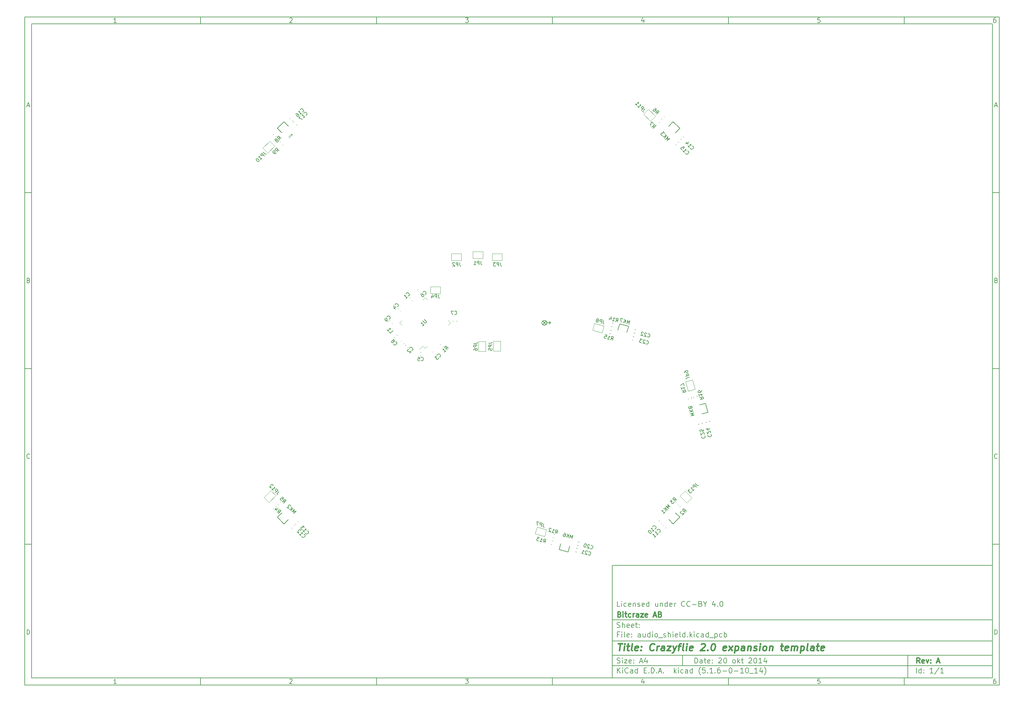
<source format=gbo>
%TF.GenerationSoftware,KiCad,Pcbnew,(5.1.6-0-10_14)*%
%TF.CreationDate,2020-07-21T12:28:25+02:00*%
%TF.ProjectId,audio_shield,61756469-6f5f-4736-9869-656c642e6b69,A*%
%TF.SameCoordinates,Original*%
%TF.FileFunction,Legend,Bot*%
%TF.FilePolarity,Positive*%
%FSLAX46Y46*%
G04 Gerber Fmt 4.6, Leading zero omitted, Abs format (unit mm)*
G04 Created by KiCad (PCBNEW (5.1.6-0-10_14)) date 2020-07-21 12:28:25*
%MOMM*%
%LPD*%
G01*
G04 APERTURE LIST*
%ADD10C,0.150000*%
%ADD11C,0.300000*%
%ADD12C,0.400000*%
%ADD13C,0.120000*%
%ADD14C,0.127000*%
%ADD15C,0.100000*%
%ADD16C,0.015000*%
G04 APERTURE END LIST*
D10*
X177002200Y-166007200D02*
X177002200Y-198007200D01*
X285002200Y-198007200D01*
X285002200Y-166007200D01*
X177002200Y-166007200D01*
X10000000Y-10000000D02*
X10000000Y-200007200D01*
X287002200Y-200007200D01*
X287002200Y-10000000D01*
X10000000Y-10000000D01*
X12000000Y-12000000D02*
X12000000Y-198007200D01*
X285002200Y-198007200D01*
X285002200Y-12000000D01*
X12000000Y-12000000D01*
X60000000Y-12000000D02*
X60000000Y-10000000D01*
X110000000Y-12000000D02*
X110000000Y-10000000D01*
X160000000Y-12000000D02*
X160000000Y-10000000D01*
X210000000Y-12000000D02*
X210000000Y-10000000D01*
X260000000Y-12000000D02*
X260000000Y-10000000D01*
X36065476Y-11588095D02*
X35322619Y-11588095D01*
X35694047Y-11588095D02*
X35694047Y-10288095D01*
X35570238Y-10473809D01*
X35446428Y-10597619D01*
X35322619Y-10659523D01*
X85322619Y-10411904D02*
X85384523Y-10350000D01*
X85508333Y-10288095D01*
X85817857Y-10288095D01*
X85941666Y-10350000D01*
X86003571Y-10411904D01*
X86065476Y-10535714D01*
X86065476Y-10659523D01*
X86003571Y-10845238D01*
X85260714Y-11588095D01*
X86065476Y-11588095D01*
X135260714Y-10288095D02*
X136065476Y-10288095D01*
X135632142Y-10783333D01*
X135817857Y-10783333D01*
X135941666Y-10845238D01*
X136003571Y-10907142D01*
X136065476Y-11030952D01*
X136065476Y-11340476D01*
X136003571Y-11464285D01*
X135941666Y-11526190D01*
X135817857Y-11588095D01*
X135446428Y-11588095D01*
X135322619Y-11526190D01*
X135260714Y-11464285D01*
X185941666Y-10721428D02*
X185941666Y-11588095D01*
X185632142Y-10226190D02*
X185322619Y-11154761D01*
X186127380Y-11154761D01*
X236003571Y-10288095D02*
X235384523Y-10288095D01*
X235322619Y-10907142D01*
X235384523Y-10845238D01*
X235508333Y-10783333D01*
X235817857Y-10783333D01*
X235941666Y-10845238D01*
X236003571Y-10907142D01*
X236065476Y-11030952D01*
X236065476Y-11340476D01*
X236003571Y-11464285D01*
X235941666Y-11526190D01*
X235817857Y-11588095D01*
X235508333Y-11588095D01*
X235384523Y-11526190D01*
X235322619Y-11464285D01*
X285941666Y-10288095D02*
X285694047Y-10288095D01*
X285570238Y-10350000D01*
X285508333Y-10411904D01*
X285384523Y-10597619D01*
X285322619Y-10845238D01*
X285322619Y-11340476D01*
X285384523Y-11464285D01*
X285446428Y-11526190D01*
X285570238Y-11588095D01*
X285817857Y-11588095D01*
X285941666Y-11526190D01*
X286003571Y-11464285D01*
X286065476Y-11340476D01*
X286065476Y-11030952D01*
X286003571Y-10907142D01*
X285941666Y-10845238D01*
X285817857Y-10783333D01*
X285570238Y-10783333D01*
X285446428Y-10845238D01*
X285384523Y-10907142D01*
X285322619Y-11030952D01*
X60000000Y-198007200D02*
X60000000Y-200007200D01*
X110000000Y-198007200D02*
X110000000Y-200007200D01*
X160000000Y-198007200D02*
X160000000Y-200007200D01*
X210000000Y-198007200D02*
X210000000Y-200007200D01*
X260000000Y-198007200D02*
X260000000Y-200007200D01*
X36065476Y-199595295D02*
X35322619Y-199595295D01*
X35694047Y-199595295D02*
X35694047Y-198295295D01*
X35570238Y-198481009D01*
X35446428Y-198604819D01*
X35322619Y-198666723D01*
X85322619Y-198419104D02*
X85384523Y-198357200D01*
X85508333Y-198295295D01*
X85817857Y-198295295D01*
X85941666Y-198357200D01*
X86003571Y-198419104D01*
X86065476Y-198542914D01*
X86065476Y-198666723D01*
X86003571Y-198852438D01*
X85260714Y-199595295D01*
X86065476Y-199595295D01*
X135260714Y-198295295D02*
X136065476Y-198295295D01*
X135632142Y-198790533D01*
X135817857Y-198790533D01*
X135941666Y-198852438D01*
X136003571Y-198914342D01*
X136065476Y-199038152D01*
X136065476Y-199347676D01*
X136003571Y-199471485D01*
X135941666Y-199533390D01*
X135817857Y-199595295D01*
X135446428Y-199595295D01*
X135322619Y-199533390D01*
X135260714Y-199471485D01*
X185941666Y-198728628D02*
X185941666Y-199595295D01*
X185632142Y-198233390D02*
X185322619Y-199161961D01*
X186127380Y-199161961D01*
X236003571Y-198295295D02*
X235384523Y-198295295D01*
X235322619Y-198914342D01*
X235384523Y-198852438D01*
X235508333Y-198790533D01*
X235817857Y-198790533D01*
X235941666Y-198852438D01*
X236003571Y-198914342D01*
X236065476Y-199038152D01*
X236065476Y-199347676D01*
X236003571Y-199471485D01*
X235941666Y-199533390D01*
X235817857Y-199595295D01*
X235508333Y-199595295D01*
X235384523Y-199533390D01*
X235322619Y-199471485D01*
X285941666Y-198295295D02*
X285694047Y-198295295D01*
X285570238Y-198357200D01*
X285508333Y-198419104D01*
X285384523Y-198604819D01*
X285322619Y-198852438D01*
X285322619Y-199347676D01*
X285384523Y-199471485D01*
X285446428Y-199533390D01*
X285570238Y-199595295D01*
X285817857Y-199595295D01*
X285941666Y-199533390D01*
X286003571Y-199471485D01*
X286065476Y-199347676D01*
X286065476Y-199038152D01*
X286003571Y-198914342D01*
X285941666Y-198852438D01*
X285817857Y-198790533D01*
X285570238Y-198790533D01*
X285446428Y-198852438D01*
X285384523Y-198914342D01*
X285322619Y-199038152D01*
X10000000Y-60000000D02*
X12000000Y-60000000D01*
X10000000Y-110000000D02*
X12000000Y-110000000D01*
X10000000Y-160000000D02*
X12000000Y-160000000D01*
X10690476Y-35216666D02*
X11309523Y-35216666D01*
X10566666Y-35588095D02*
X11000000Y-34288095D01*
X11433333Y-35588095D01*
X11092857Y-84907142D02*
X11278571Y-84969047D01*
X11340476Y-85030952D01*
X11402380Y-85154761D01*
X11402380Y-85340476D01*
X11340476Y-85464285D01*
X11278571Y-85526190D01*
X11154761Y-85588095D01*
X10659523Y-85588095D01*
X10659523Y-84288095D01*
X11092857Y-84288095D01*
X11216666Y-84350000D01*
X11278571Y-84411904D01*
X11340476Y-84535714D01*
X11340476Y-84659523D01*
X11278571Y-84783333D01*
X11216666Y-84845238D01*
X11092857Y-84907142D01*
X10659523Y-84907142D01*
X11402380Y-135464285D02*
X11340476Y-135526190D01*
X11154761Y-135588095D01*
X11030952Y-135588095D01*
X10845238Y-135526190D01*
X10721428Y-135402380D01*
X10659523Y-135278571D01*
X10597619Y-135030952D01*
X10597619Y-134845238D01*
X10659523Y-134597619D01*
X10721428Y-134473809D01*
X10845238Y-134350000D01*
X11030952Y-134288095D01*
X11154761Y-134288095D01*
X11340476Y-134350000D01*
X11402380Y-134411904D01*
X10659523Y-185588095D02*
X10659523Y-184288095D01*
X10969047Y-184288095D01*
X11154761Y-184350000D01*
X11278571Y-184473809D01*
X11340476Y-184597619D01*
X11402380Y-184845238D01*
X11402380Y-185030952D01*
X11340476Y-185278571D01*
X11278571Y-185402380D01*
X11154761Y-185526190D01*
X10969047Y-185588095D01*
X10659523Y-185588095D01*
X287002200Y-60000000D02*
X285002200Y-60000000D01*
X287002200Y-110000000D02*
X285002200Y-110000000D01*
X287002200Y-160000000D02*
X285002200Y-160000000D01*
X285692676Y-35216666D02*
X286311723Y-35216666D01*
X285568866Y-35588095D02*
X286002200Y-34288095D01*
X286435533Y-35588095D01*
X286095057Y-84907142D02*
X286280771Y-84969047D01*
X286342676Y-85030952D01*
X286404580Y-85154761D01*
X286404580Y-85340476D01*
X286342676Y-85464285D01*
X286280771Y-85526190D01*
X286156961Y-85588095D01*
X285661723Y-85588095D01*
X285661723Y-84288095D01*
X286095057Y-84288095D01*
X286218866Y-84350000D01*
X286280771Y-84411904D01*
X286342676Y-84535714D01*
X286342676Y-84659523D01*
X286280771Y-84783333D01*
X286218866Y-84845238D01*
X286095057Y-84907142D01*
X285661723Y-84907142D01*
X286404580Y-135464285D02*
X286342676Y-135526190D01*
X286156961Y-135588095D01*
X286033152Y-135588095D01*
X285847438Y-135526190D01*
X285723628Y-135402380D01*
X285661723Y-135278571D01*
X285599819Y-135030952D01*
X285599819Y-134845238D01*
X285661723Y-134597619D01*
X285723628Y-134473809D01*
X285847438Y-134350000D01*
X286033152Y-134288095D01*
X286156961Y-134288095D01*
X286342676Y-134350000D01*
X286404580Y-134411904D01*
X285661723Y-185588095D02*
X285661723Y-184288095D01*
X285971247Y-184288095D01*
X286156961Y-184350000D01*
X286280771Y-184473809D01*
X286342676Y-184597619D01*
X286404580Y-184845238D01*
X286404580Y-185030952D01*
X286342676Y-185278571D01*
X286280771Y-185402380D01*
X286156961Y-185526190D01*
X285971247Y-185588095D01*
X285661723Y-185588095D01*
X200434342Y-193785771D02*
X200434342Y-192285771D01*
X200791485Y-192285771D01*
X201005771Y-192357200D01*
X201148628Y-192500057D01*
X201220057Y-192642914D01*
X201291485Y-192928628D01*
X201291485Y-193142914D01*
X201220057Y-193428628D01*
X201148628Y-193571485D01*
X201005771Y-193714342D01*
X200791485Y-193785771D01*
X200434342Y-193785771D01*
X202577200Y-193785771D02*
X202577200Y-193000057D01*
X202505771Y-192857200D01*
X202362914Y-192785771D01*
X202077200Y-192785771D01*
X201934342Y-192857200D01*
X202577200Y-193714342D02*
X202434342Y-193785771D01*
X202077200Y-193785771D01*
X201934342Y-193714342D01*
X201862914Y-193571485D01*
X201862914Y-193428628D01*
X201934342Y-193285771D01*
X202077200Y-193214342D01*
X202434342Y-193214342D01*
X202577200Y-193142914D01*
X203077200Y-192785771D02*
X203648628Y-192785771D01*
X203291485Y-192285771D02*
X203291485Y-193571485D01*
X203362914Y-193714342D01*
X203505771Y-193785771D01*
X203648628Y-193785771D01*
X204720057Y-193714342D02*
X204577200Y-193785771D01*
X204291485Y-193785771D01*
X204148628Y-193714342D01*
X204077200Y-193571485D01*
X204077200Y-193000057D01*
X204148628Y-192857200D01*
X204291485Y-192785771D01*
X204577200Y-192785771D01*
X204720057Y-192857200D01*
X204791485Y-193000057D01*
X204791485Y-193142914D01*
X204077200Y-193285771D01*
X205434342Y-193642914D02*
X205505771Y-193714342D01*
X205434342Y-193785771D01*
X205362914Y-193714342D01*
X205434342Y-193642914D01*
X205434342Y-193785771D01*
X205434342Y-192857200D02*
X205505771Y-192928628D01*
X205434342Y-193000057D01*
X205362914Y-192928628D01*
X205434342Y-192857200D01*
X205434342Y-193000057D01*
X207220057Y-192428628D02*
X207291485Y-192357200D01*
X207434342Y-192285771D01*
X207791485Y-192285771D01*
X207934342Y-192357200D01*
X208005771Y-192428628D01*
X208077200Y-192571485D01*
X208077200Y-192714342D01*
X208005771Y-192928628D01*
X207148628Y-193785771D01*
X208077200Y-193785771D01*
X209005771Y-192285771D02*
X209148628Y-192285771D01*
X209291485Y-192357200D01*
X209362914Y-192428628D01*
X209434342Y-192571485D01*
X209505771Y-192857200D01*
X209505771Y-193214342D01*
X209434342Y-193500057D01*
X209362914Y-193642914D01*
X209291485Y-193714342D01*
X209148628Y-193785771D01*
X209005771Y-193785771D01*
X208862914Y-193714342D01*
X208791485Y-193642914D01*
X208720057Y-193500057D01*
X208648628Y-193214342D01*
X208648628Y-192857200D01*
X208720057Y-192571485D01*
X208791485Y-192428628D01*
X208862914Y-192357200D01*
X209005771Y-192285771D01*
X211505771Y-193785771D02*
X211362914Y-193714342D01*
X211291485Y-193642914D01*
X211220057Y-193500057D01*
X211220057Y-193071485D01*
X211291485Y-192928628D01*
X211362914Y-192857200D01*
X211505771Y-192785771D01*
X211720057Y-192785771D01*
X211862914Y-192857200D01*
X211934342Y-192928628D01*
X212005771Y-193071485D01*
X212005771Y-193500057D01*
X211934342Y-193642914D01*
X211862914Y-193714342D01*
X211720057Y-193785771D01*
X211505771Y-193785771D01*
X212648628Y-193785771D02*
X212648628Y-192285771D01*
X212791485Y-193214342D02*
X213220057Y-193785771D01*
X213220057Y-192785771D02*
X212648628Y-193357200D01*
X213648628Y-192785771D02*
X214220057Y-192785771D01*
X213862914Y-192285771D02*
X213862914Y-193571485D01*
X213934342Y-193714342D01*
X214077200Y-193785771D01*
X214220057Y-193785771D01*
X215791485Y-192428628D02*
X215862914Y-192357200D01*
X216005771Y-192285771D01*
X216362914Y-192285771D01*
X216505771Y-192357200D01*
X216577200Y-192428628D01*
X216648628Y-192571485D01*
X216648628Y-192714342D01*
X216577200Y-192928628D01*
X215720057Y-193785771D01*
X216648628Y-193785771D01*
X217577200Y-192285771D02*
X217720057Y-192285771D01*
X217862914Y-192357200D01*
X217934342Y-192428628D01*
X218005771Y-192571485D01*
X218077200Y-192857200D01*
X218077200Y-193214342D01*
X218005771Y-193500057D01*
X217934342Y-193642914D01*
X217862914Y-193714342D01*
X217720057Y-193785771D01*
X217577200Y-193785771D01*
X217434342Y-193714342D01*
X217362914Y-193642914D01*
X217291485Y-193500057D01*
X217220057Y-193214342D01*
X217220057Y-192857200D01*
X217291485Y-192571485D01*
X217362914Y-192428628D01*
X217434342Y-192357200D01*
X217577200Y-192285771D01*
X219505771Y-193785771D02*
X218648628Y-193785771D01*
X219077200Y-193785771D02*
X219077200Y-192285771D01*
X218934342Y-192500057D01*
X218791485Y-192642914D01*
X218648628Y-192714342D01*
X220791485Y-192785771D02*
X220791485Y-193785771D01*
X220434342Y-192214342D02*
X220077200Y-193285771D01*
X221005771Y-193285771D01*
X177002200Y-194507200D02*
X285002200Y-194507200D01*
X178434342Y-196585771D02*
X178434342Y-195085771D01*
X179291485Y-196585771D02*
X178648628Y-195728628D01*
X179291485Y-195085771D02*
X178434342Y-195942914D01*
X179934342Y-196585771D02*
X179934342Y-195585771D01*
X179934342Y-195085771D02*
X179862914Y-195157200D01*
X179934342Y-195228628D01*
X180005771Y-195157200D01*
X179934342Y-195085771D01*
X179934342Y-195228628D01*
X181505771Y-196442914D02*
X181434342Y-196514342D01*
X181220057Y-196585771D01*
X181077200Y-196585771D01*
X180862914Y-196514342D01*
X180720057Y-196371485D01*
X180648628Y-196228628D01*
X180577200Y-195942914D01*
X180577200Y-195728628D01*
X180648628Y-195442914D01*
X180720057Y-195300057D01*
X180862914Y-195157200D01*
X181077200Y-195085771D01*
X181220057Y-195085771D01*
X181434342Y-195157200D01*
X181505771Y-195228628D01*
X182791485Y-196585771D02*
X182791485Y-195800057D01*
X182720057Y-195657200D01*
X182577200Y-195585771D01*
X182291485Y-195585771D01*
X182148628Y-195657200D01*
X182791485Y-196514342D02*
X182648628Y-196585771D01*
X182291485Y-196585771D01*
X182148628Y-196514342D01*
X182077200Y-196371485D01*
X182077200Y-196228628D01*
X182148628Y-196085771D01*
X182291485Y-196014342D01*
X182648628Y-196014342D01*
X182791485Y-195942914D01*
X184148628Y-196585771D02*
X184148628Y-195085771D01*
X184148628Y-196514342D02*
X184005771Y-196585771D01*
X183720057Y-196585771D01*
X183577200Y-196514342D01*
X183505771Y-196442914D01*
X183434342Y-196300057D01*
X183434342Y-195871485D01*
X183505771Y-195728628D01*
X183577200Y-195657200D01*
X183720057Y-195585771D01*
X184005771Y-195585771D01*
X184148628Y-195657200D01*
X186005771Y-195800057D02*
X186505771Y-195800057D01*
X186720057Y-196585771D02*
X186005771Y-196585771D01*
X186005771Y-195085771D01*
X186720057Y-195085771D01*
X187362914Y-196442914D02*
X187434342Y-196514342D01*
X187362914Y-196585771D01*
X187291485Y-196514342D01*
X187362914Y-196442914D01*
X187362914Y-196585771D01*
X188077200Y-196585771D02*
X188077200Y-195085771D01*
X188434342Y-195085771D01*
X188648628Y-195157200D01*
X188791485Y-195300057D01*
X188862914Y-195442914D01*
X188934342Y-195728628D01*
X188934342Y-195942914D01*
X188862914Y-196228628D01*
X188791485Y-196371485D01*
X188648628Y-196514342D01*
X188434342Y-196585771D01*
X188077200Y-196585771D01*
X189577200Y-196442914D02*
X189648628Y-196514342D01*
X189577200Y-196585771D01*
X189505771Y-196514342D01*
X189577200Y-196442914D01*
X189577200Y-196585771D01*
X190220057Y-196157200D02*
X190934342Y-196157200D01*
X190077200Y-196585771D02*
X190577200Y-195085771D01*
X191077200Y-196585771D01*
X191577200Y-196442914D02*
X191648628Y-196514342D01*
X191577200Y-196585771D01*
X191505771Y-196514342D01*
X191577200Y-196442914D01*
X191577200Y-196585771D01*
X194577200Y-196585771D02*
X194577200Y-195085771D01*
X194720057Y-196014342D02*
X195148628Y-196585771D01*
X195148628Y-195585771D02*
X194577200Y-196157200D01*
X195791485Y-196585771D02*
X195791485Y-195585771D01*
X195791485Y-195085771D02*
X195720057Y-195157200D01*
X195791485Y-195228628D01*
X195862914Y-195157200D01*
X195791485Y-195085771D01*
X195791485Y-195228628D01*
X197148628Y-196514342D02*
X197005771Y-196585771D01*
X196720057Y-196585771D01*
X196577200Y-196514342D01*
X196505771Y-196442914D01*
X196434342Y-196300057D01*
X196434342Y-195871485D01*
X196505771Y-195728628D01*
X196577200Y-195657200D01*
X196720057Y-195585771D01*
X197005771Y-195585771D01*
X197148628Y-195657200D01*
X198434342Y-196585771D02*
X198434342Y-195800057D01*
X198362914Y-195657200D01*
X198220057Y-195585771D01*
X197934342Y-195585771D01*
X197791485Y-195657200D01*
X198434342Y-196514342D02*
X198291485Y-196585771D01*
X197934342Y-196585771D01*
X197791485Y-196514342D01*
X197720057Y-196371485D01*
X197720057Y-196228628D01*
X197791485Y-196085771D01*
X197934342Y-196014342D01*
X198291485Y-196014342D01*
X198434342Y-195942914D01*
X199791485Y-196585771D02*
X199791485Y-195085771D01*
X199791485Y-196514342D02*
X199648628Y-196585771D01*
X199362914Y-196585771D01*
X199220057Y-196514342D01*
X199148628Y-196442914D01*
X199077200Y-196300057D01*
X199077200Y-195871485D01*
X199148628Y-195728628D01*
X199220057Y-195657200D01*
X199362914Y-195585771D01*
X199648628Y-195585771D01*
X199791485Y-195657200D01*
X202077200Y-197157200D02*
X202005771Y-197085771D01*
X201862914Y-196871485D01*
X201791485Y-196728628D01*
X201720057Y-196514342D01*
X201648628Y-196157200D01*
X201648628Y-195871485D01*
X201720057Y-195514342D01*
X201791485Y-195300057D01*
X201862914Y-195157200D01*
X202005771Y-194942914D01*
X202077200Y-194871485D01*
X203362914Y-195085771D02*
X202648628Y-195085771D01*
X202577200Y-195800057D01*
X202648628Y-195728628D01*
X202791485Y-195657200D01*
X203148628Y-195657200D01*
X203291485Y-195728628D01*
X203362914Y-195800057D01*
X203434342Y-195942914D01*
X203434342Y-196300057D01*
X203362914Y-196442914D01*
X203291485Y-196514342D01*
X203148628Y-196585771D01*
X202791485Y-196585771D01*
X202648628Y-196514342D01*
X202577200Y-196442914D01*
X204077200Y-196442914D02*
X204148628Y-196514342D01*
X204077200Y-196585771D01*
X204005771Y-196514342D01*
X204077200Y-196442914D01*
X204077200Y-196585771D01*
X205577200Y-196585771D02*
X204720057Y-196585771D01*
X205148628Y-196585771D02*
X205148628Y-195085771D01*
X205005771Y-195300057D01*
X204862914Y-195442914D01*
X204720057Y-195514342D01*
X206220057Y-196442914D02*
X206291485Y-196514342D01*
X206220057Y-196585771D01*
X206148628Y-196514342D01*
X206220057Y-196442914D01*
X206220057Y-196585771D01*
X207577200Y-195085771D02*
X207291485Y-195085771D01*
X207148628Y-195157200D01*
X207077200Y-195228628D01*
X206934342Y-195442914D01*
X206862914Y-195728628D01*
X206862914Y-196300057D01*
X206934342Y-196442914D01*
X207005771Y-196514342D01*
X207148628Y-196585771D01*
X207434342Y-196585771D01*
X207577200Y-196514342D01*
X207648628Y-196442914D01*
X207720057Y-196300057D01*
X207720057Y-195942914D01*
X207648628Y-195800057D01*
X207577200Y-195728628D01*
X207434342Y-195657200D01*
X207148628Y-195657200D01*
X207005771Y-195728628D01*
X206934342Y-195800057D01*
X206862914Y-195942914D01*
X208362914Y-196014342D02*
X209505771Y-196014342D01*
X210505771Y-195085771D02*
X210648628Y-195085771D01*
X210791485Y-195157200D01*
X210862914Y-195228628D01*
X210934342Y-195371485D01*
X211005771Y-195657200D01*
X211005771Y-196014342D01*
X210934342Y-196300057D01*
X210862914Y-196442914D01*
X210791485Y-196514342D01*
X210648628Y-196585771D01*
X210505771Y-196585771D01*
X210362914Y-196514342D01*
X210291485Y-196442914D01*
X210220057Y-196300057D01*
X210148628Y-196014342D01*
X210148628Y-195657200D01*
X210220057Y-195371485D01*
X210291485Y-195228628D01*
X210362914Y-195157200D01*
X210505771Y-195085771D01*
X211648628Y-196014342D02*
X212791485Y-196014342D01*
X214291485Y-196585771D02*
X213434342Y-196585771D01*
X213862914Y-196585771D02*
X213862914Y-195085771D01*
X213720057Y-195300057D01*
X213577200Y-195442914D01*
X213434342Y-195514342D01*
X215220057Y-195085771D02*
X215362914Y-195085771D01*
X215505771Y-195157200D01*
X215577200Y-195228628D01*
X215648628Y-195371485D01*
X215720057Y-195657200D01*
X215720057Y-196014342D01*
X215648628Y-196300057D01*
X215577200Y-196442914D01*
X215505771Y-196514342D01*
X215362914Y-196585771D01*
X215220057Y-196585771D01*
X215077200Y-196514342D01*
X215005771Y-196442914D01*
X214934342Y-196300057D01*
X214862914Y-196014342D01*
X214862914Y-195657200D01*
X214934342Y-195371485D01*
X215005771Y-195228628D01*
X215077200Y-195157200D01*
X215220057Y-195085771D01*
X216005771Y-196728628D02*
X217148628Y-196728628D01*
X218291485Y-196585771D02*
X217434342Y-196585771D01*
X217862914Y-196585771D02*
X217862914Y-195085771D01*
X217720057Y-195300057D01*
X217577200Y-195442914D01*
X217434342Y-195514342D01*
X219577200Y-195585771D02*
X219577200Y-196585771D01*
X219220057Y-195014342D02*
X218862914Y-196085771D01*
X219791485Y-196085771D01*
X220220057Y-197157200D02*
X220291485Y-197085771D01*
X220434342Y-196871485D01*
X220505771Y-196728628D01*
X220577200Y-196514342D01*
X220648628Y-196157200D01*
X220648628Y-195871485D01*
X220577200Y-195514342D01*
X220505771Y-195300057D01*
X220434342Y-195157200D01*
X220291485Y-194942914D01*
X220220057Y-194871485D01*
X177002200Y-191507200D02*
X285002200Y-191507200D01*
D11*
X264411485Y-193785771D02*
X263911485Y-193071485D01*
X263554342Y-193785771D02*
X263554342Y-192285771D01*
X264125771Y-192285771D01*
X264268628Y-192357200D01*
X264340057Y-192428628D01*
X264411485Y-192571485D01*
X264411485Y-192785771D01*
X264340057Y-192928628D01*
X264268628Y-193000057D01*
X264125771Y-193071485D01*
X263554342Y-193071485D01*
X265625771Y-193714342D02*
X265482914Y-193785771D01*
X265197200Y-193785771D01*
X265054342Y-193714342D01*
X264982914Y-193571485D01*
X264982914Y-193000057D01*
X265054342Y-192857200D01*
X265197200Y-192785771D01*
X265482914Y-192785771D01*
X265625771Y-192857200D01*
X265697200Y-193000057D01*
X265697200Y-193142914D01*
X264982914Y-193285771D01*
X266197200Y-192785771D02*
X266554342Y-193785771D01*
X266911485Y-192785771D01*
X267482914Y-193642914D02*
X267554342Y-193714342D01*
X267482914Y-193785771D01*
X267411485Y-193714342D01*
X267482914Y-193642914D01*
X267482914Y-193785771D01*
X267482914Y-192857200D02*
X267554342Y-192928628D01*
X267482914Y-193000057D01*
X267411485Y-192928628D01*
X267482914Y-192857200D01*
X267482914Y-193000057D01*
X269268628Y-193357200D02*
X269982914Y-193357200D01*
X269125771Y-193785771D02*
X269625771Y-192285771D01*
X270125771Y-193785771D01*
D10*
X178362914Y-193714342D02*
X178577200Y-193785771D01*
X178934342Y-193785771D01*
X179077200Y-193714342D01*
X179148628Y-193642914D01*
X179220057Y-193500057D01*
X179220057Y-193357200D01*
X179148628Y-193214342D01*
X179077200Y-193142914D01*
X178934342Y-193071485D01*
X178648628Y-193000057D01*
X178505771Y-192928628D01*
X178434342Y-192857200D01*
X178362914Y-192714342D01*
X178362914Y-192571485D01*
X178434342Y-192428628D01*
X178505771Y-192357200D01*
X178648628Y-192285771D01*
X179005771Y-192285771D01*
X179220057Y-192357200D01*
X179862914Y-193785771D02*
X179862914Y-192785771D01*
X179862914Y-192285771D02*
X179791485Y-192357200D01*
X179862914Y-192428628D01*
X179934342Y-192357200D01*
X179862914Y-192285771D01*
X179862914Y-192428628D01*
X180434342Y-192785771D02*
X181220057Y-192785771D01*
X180434342Y-193785771D01*
X181220057Y-193785771D01*
X182362914Y-193714342D02*
X182220057Y-193785771D01*
X181934342Y-193785771D01*
X181791485Y-193714342D01*
X181720057Y-193571485D01*
X181720057Y-193000057D01*
X181791485Y-192857200D01*
X181934342Y-192785771D01*
X182220057Y-192785771D01*
X182362914Y-192857200D01*
X182434342Y-193000057D01*
X182434342Y-193142914D01*
X181720057Y-193285771D01*
X183077200Y-193642914D02*
X183148628Y-193714342D01*
X183077200Y-193785771D01*
X183005771Y-193714342D01*
X183077200Y-193642914D01*
X183077200Y-193785771D01*
X183077200Y-192857200D02*
X183148628Y-192928628D01*
X183077200Y-193000057D01*
X183005771Y-192928628D01*
X183077200Y-192857200D01*
X183077200Y-193000057D01*
X184862914Y-193357200D02*
X185577200Y-193357200D01*
X184720057Y-193785771D02*
X185220057Y-192285771D01*
X185720057Y-193785771D01*
X186862914Y-192785771D02*
X186862914Y-193785771D01*
X186505771Y-192214342D02*
X186148628Y-193285771D01*
X187077200Y-193285771D01*
X263434342Y-196585771D02*
X263434342Y-195085771D01*
X264791485Y-196585771D02*
X264791485Y-195085771D01*
X264791485Y-196514342D02*
X264648628Y-196585771D01*
X264362914Y-196585771D01*
X264220057Y-196514342D01*
X264148628Y-196442914D01*
X264077200Y-196300057D01*
X264077200Y-195871485D01*
X264148628Y-195728628D01*
X264220057Y-195657200D01*
X264362914Y-195585771D01*
X264648628Y-195585771D01*
X264791485Y-195657200D01*
X265505771Y-196442914D02*
X265577200Y-196514342D01*
X265505771Y-196585771D01*
X265434342Y-196514342D01*
X265505771Y-196442914D01*
X265505771Y-196585771D01*
X265505771Y-195657200D02*
X265577200Y-195728628D01*
X265505771Y-195800057D01*
X265434342Y-195728628D01*
X265505771Y-195657200D01*
X265505771Y-195800057D01*
X268148628Y-196585771D02*
X267291485Y-196585771D01*
X267720057Y-196585771D02*
X267720057Y-195085771D01*
X267577200Y-195300057D01*
X267434342Y-195442914D01*
X267291485Y-195514342D01*
X269862914Y-195014342D02*
X268577200Y-196942914D01*
X271148628Y-196585771D02*
X270291485Y-196585771D01*
X270720057Y-196585771D02*
X270720057Y-195085771D01*
X270577200Y-195300057D01*
X270434342Y-195442914D01*
X270291485Y-195514342D01*
X177002200Y-187507200D02*
X285002200Y-187507200D01*
D12*
X178714580Y-188211961D02*
X179857438Y-188211961D01*
X179036009Y-190211961D02*
X179286009Y-188211961D01*
X180274104Y-190211961D02*
X180440771Y-188878628D01*
X180524104Y-188211961D02*
X180416961Y-188307200D01*
X180500295Y-188402438D01*
X180607438Y-188307200D01*
X180524104Y-188211961D01*
X180500295Y-188402438D01*
X181107438Y-188878628D02*
X181869342Y-188878628D01*
X181476485Y-188211961D02*
X181262200Y-189926247D01*
X181333628Y-190116723D01*
X181512200Y-190211961D01*
X181702676Y-190211961D01*
X182655057Y-190211961D02*
X182476485Y-190116723D01*
X182405057Y-189926247D01*
X182619342Y-188211961D01*
X184190771Y-190116723D02*
X183988390Y-190211961D01*
X183607438Y-190211961D01*
X183428866Y-190116723D01*
X183357438Y-189926247D01*
X183452676Y-189164342D01*
X183571723Y-188973866D01*
X183774104Y-188878628D01*
X184155057Y-188878628D01*
X184333628Y-188973866D01*
X184405057Y-189164342D01*
X184381247Y-189354819D01*
X183405057Y-189545295D01*
X185155057Y-190021485D02*
X185238390Y-190116723D01*
X185131247Y-190211961D01*
X185047914Y-190116723D01*
X185155057Y-190021485D01*
X185131247Y-190211961D01*
X185286009Y-188973866D02*
X185369342Y-189069104D01*
X185262200Y-189164342D01*
X185178866Y-189069104D01*
X185286009Y-188973866D01*
X185262200Y-189164342D01*
X188774104Y-190021485D02*
X188666961Y-190116723D01*
X188369342Y-190211961D01*
X188178866Y-190211961D01*
X187905057Y-190116723D01*
X187738390Y-189926247D01*
X187666961Y-189735771D01*
X187619342Y-189354819D01*
X187655057Y-189069104D01*
X187797914Y-188688152D01*
X187916961Y-188497676D01*
X188131247Y-188307200D01*
X188428866Y-188211961D01*
X188619342Y-188211961D01*
X188893152Y-188307200D01*
X188976485Y-188402438D01*
X189607438Y-190211961D02*
X189774104Y-188878628D01*
X189726485Y-189259580D02*
X189845533Y-189069104D01*
X189952676Y-188973866D01*
X190155057Y-188878628D01*
X190345533Y-188878628D01*
X191702676Y-190211961D02*
X191833628Y-189164342D01*
X191762200Y-188973866D01*
X191583628Y-188878628D01*
X191202676Y-188878628D01*
X191000295Y-188973866D01*
X191714580Y-190116723D02*
X191512200Y-190211961D01*
X191036009Y-190211961D01*
X190857438Y-190116723D01*
X190786009Y-189926247D01*
X190809819Y-189735771D01*
X190928866Y-189545295D01*
X191131247Y-189450057D01*
X191607438Y-189450057D01*
X191809819Y-189354819D01*
X192631247Y-188878628D02*
X193678866Y-188878628D01*
X192464580Y-190211961D01*
X193512200Y-190211961D01*
X194250295Y-188878628D02*
X194559819Y-190211961D01*
X195202676Y-188878628D02*
X194559819Y-190211961D01*
X194309819Y-190688152D01*
X194202676Y-190783390D01*
X194000295Y-190878628D01*
X195678866Y-188878628D02*
X196440771Y-188878628D01*
X195797914Y-190211961D02*
X196012200Y-188497676D01*
X196131247Y-188307200D01*
X196333628Y-188211961D01*
X196524104Y-188211961D01*
X197226485Y-190211961D02*
X197047914Y-190116723D01*
X196976485Y-189926247D01*
X197190771Y-188211961D01*
X197988390Y-190211961D02*
X198155057Y-188878628D01*
X198238390Y-188211961D02*
X198131247Y-188307200D01*
X198214580Y-188402438D01*
X198321723Y-188307200D01*
X198238390Y-188211961D01*
X198214580Y-188402438D01*
X199714580Y-190116723D02*
X199512200Y-190211961D01*
X199131247Y-190211961D01*
X198952676Y-190116723D01*
X198881247Y-189926247D01*
X198976485Y-189164342D01*
X199095533Y-188973866D01*
X199297914Y-188878628D01*
X199678866Y-188878628D01*
X199857438Y-188973866D01*
X199928866Y-189164342D01*
X199905057Y-189354819D01*
X198928866Y-189545295D01*
X202309819Y-188402438D02*
X202416961Y-188307200D01*
X202619342Y-188211961D01*
X203095533Y-188211961D01*
X203274104Y-188307200D01*
X203357438Y-188402438D01*
X203428866Y-188592914D01*
X203405057Y-188783390D01*
X203274104Y-189069104D01*
X201988390Y-190211961D01*
X203226485Y-190211961D01*
X204107438Y-190021485D02*
X204190771Y-190116723D01*
X204083628Y-190211961D01*
X204000295Y-190116723D01*
X204107438Y-190021485D01*
X204083628Y-190211961D01*
X205666961Y-188211961D02*
X205857438Y-188211961D01*
X206036009Y-188307200D01*
X206119342Y-188402438D01*
X206190771Y-188592914D01*
X206238390Y-188973866D01*
X206178866Y-189450057D01*
X206036009Y-189831009D01*
X205916961Y-190021485D01*
X205809819Y-190116723D01*
X205607438Y-190211961D01*
X205416961Y-190211961D01*
X205238390Y-190116723D01*
X205155057Y-190021485D01*
X205083628Y-189831009D01*
X205036009Y-189450057D01*
X205095533Y-188973866D01*
X205238390Y-188592914D01*
X205357438Y-188402438D01*
X205464580Y-188307200D01*
X205666961Y-188211961D01*
X209238390Y-190116723D02*
X209036009Y-190211961D01*
X208655057Y-190211961D01*
X208476485Y-190116723D01*
X208405057Y-189926247D01*
X208500295Y-189164342D01*
X208619342Y-188973866D01*
X208821723Y-188878628D01*
X209202676Y-188878628D01*
X209381247Y-188973866D01*
X209452676Y-189164342D01*
X209428866Y-189354819D01*
X208452676Y-189545295D01*
X209988390Y-190211961D02*
X211202676Y-188878628D01*
X210155057Y-188878628D02*
X211036009Y-190211961D01*
X211964580Y-188878628D02*
X211714580Y-190878628D01*
X211952676Y-188973866D02*
X212155057Y-188878628D01*
X212536009Y-188878628D01*
X212714580Y-188973866D01*
X212797914Y-189069104D01*
X212869342Y-189259580D01*
X212797914Y-189831009D01*
X212678866Y-190021485D01*
X212571723Y-190116723D01*
X212369342Y-190211961D01*
X211988390Y-190211961D01*
X211809819Y-190116723D01*
X214464580Y-190211961D02*
X214595533Y-189164342D01*
X214524104Y-188973866D01*
X214345533Y-188878628D01*
X213964580Y-188878628D01*
X213762200Y-188973866D01*
X214476485Y-190116723D02*
X214274104Y-190211961D01*
X213797914Y-190211961D01*
X213619342Y-190116723D01*
X213547914Y-189926247D01*
X213571723Y-189735771D01*
X213690771Y-189545295D01*
X213893152Y-189450057D01*
X214369342Y-189450057D01*
X214571723Y-189354819D01*
X215583628Y-188878628D02*
X215416961Y-190211961D01*
X215559819Y-189069104D02*
X215666961Y-188973866D01*
X215869342Y-188878628D01*
X216155057Y-188878628D01*
X216333628Y-188973866D01*
X216405057Y-189164342D01*
X216274104Y-190211961D01*
X217143152Y-190116723D02*
X217321723Y-190211961D01*
X217702676Y-190211961D01*
X217905057Y-190116723D01*
X218024104Y-189926247D01*
X218036009Y-189831009D01*
X217964580Y-189640533D01*
X217786009Y-189545295D01*
X217500295Y-189545295D01*
X217321723Y-189450057D01*
X217250295Y-189259580D01*
X217262199Y-189164342D01*
X217381247Y-188973866D01*
X217583628Y-188878628D01*
X217869342Y-188878628D01*
X218047914Y-188973866D01*
X218845533Y-190211961D02*
X219012199Y-188878628D01*
X219095533Y-188211961D02*
X218988390Y-188307200D01*
X219071723Y-188402438D01*
X219178866Y-188307200D01*
X219095533Y-188211961D01*
X219071723Y-188402438D01*
X220083628Y-190211961D02*
X219905057Y-190116723D01*
X219821723Y-190021485D01*
X219750295Y-189831009D01*
X219821723Y-189259580D01*
X219940771Y-189069104D01*
X220047914Y-188973866D01*
X220250295Y-188878628D01*
X220536009Y-188878628D01*
X220714580Y-188973866D01*
X220797914Y-189069104D01*
X220869342Y-189259580D01*
X220797914Y-189831009D01*
X220678866Y-190021485D01*
X220571723Y-190116723D01*
X220369342Y-190211961D01*
X220083628Y-190211961D01*
X221774104Y-188878628D02*
X221607438Y-190211961D01*
X221750295Y-189069104D02*
X221857438Y-188973866D01*
X222059819Y-188878628D01*
X222345533Y-188878628D01*
X222524104Y-188973866D01*
X222595533Y-189164342D01*
X222464580Y-190211961D01*
X224821723Y-188878628D02*
X225583628Y-188878628D01*
X225190771Y-188211961D02*
X224976485Y-189926247D01*
X225047914Y-190116723D01*
X225226485Y-190211961D01*
X225416961Y-190211961D01*
X226857438Y-190116723D02*
X226655057Y-190211961D01*
X226274104Y-190211961D01*
X226095533Y-190116723D01*
X226024104Y-189926247D01*
X226119342Y-189164342D01*
X226238390Y-188973866D01*
X226440771Y-188878628D01*
X226821723Y-188878628D01*
X227000295Y-188973866D01*
X227071723Y-189164342D01*
X227047914Y-189354819D01*
X226071723Y-189545295D01*
X227797914Y-190211961D02*
X227964580Y-188878628D01*
X227940771Y-189069104D02*
X228047914Y-188973866D01*
X228250295Y-188878628D01*
X228536009Y-188878628D01*
X228714580Y-188973866D01*
X228786009Y-189164342D01*
X228655057Y-190211961D01*
X228786009Y-189164342D02*
X228905057Y-188973866D01*
X229107438Y-188878628D01*
X229393152Y-188878628D01*
X229571723Y-188973866D01*
X229643152Y-189164342D01*
X229512199Y-190211961D01*
X230631247Y-188878628D02*
X230381247Y-190878628D01*
X230619342Y-188973866D02*
X230821723Y-188878628D01*
X231202676Y-188878628D01*
X231381247Y-188973866D01*
X231464580Y-189069104D01*
X231536009Y-189259580D01*
X231464580Y-189831009D01*
X231345533Y-190021485D01*
X231238390Y-190116723D01*
X231036009Y-190211961D01*
X230655057Y-190211961D01*
X230476485Y-190116723D01*
X232559819Y-190211961D02*
X232381247Y-190116723D01*
X232309819Y-189926247D01*
X232524104Y-188211961D01*
X234178866Y-190211961D02*
X234309819Y-189164342D01*
X234238390Y-188973866D01*
X234059819Y-188878628D01*
X233678866Y-188878628D01*
X233476485Y-188973866D01*
X234190771Y-190116723D02*
X233988390Y-190211961D01*
X233512199Y-190211961D01*
X233333628Y-190116723D01*
X233262199Y-189926247D01*
X233286009Y-189735771D01*
X233405057Y-189545295D01*
X233607438Y-189450057D01*
X234083628Y-189450057D01*
X234286009Y-189354819D01*
X235012199Y-188878628D02*
X235774104Y-188878628D01*
X235381247Y-188211961D02*
X235166961Y-189926247D01*
X235238390Y-190116723D01*
X235416961Y-190211961D01*
X235607438Y-190211961D01*
X237047914Y-190116723D02*
X236845533Y-190211961D01*
X236464580Y-190211961D01*
X236286009Y-190116723D01*
X236214580Y-189926247D01*
X236309819Y-189164342D01*
X236428866Y-188973866D01*
X236631247Y-188878628D01*
X237012199Y-188878628D01*
X237190771Y-188973866D01*
X237262199Y-189164342D01*
X237238390Y-189354819D01*
X236262199Y-189545295D01*
D10*
X178934342Y-185600057D02*
X178434342Y-185600057D01*
X178434342Y-186385771D02*
X178434342Y-184885771D01*
X179148628Y-184885771D01*
X179720057Y-186385771D02*
X179720057Y-185385771D01*
X179720057Y-184885771D02*
X179648628Y-184957200D01*
X179720057Y-185028628D01*
X179791485Y-184957200D01*
X179720057Y-184885771D01*
X179720057Y-185028628D01*
X180648628Y-186385771D02*
X180505771Y-186314342D01*
X180434342Y-186171485D01*
X180434342Y-184885771D01*
X181791485Y-186314342D02*
X181648628Y-186385771D01*
X181362914Y-186385771D01*
X181220057Y-186314342D01*
X181148628Y-186171485D01*
X181148628Y-185600057D01*
X181220057Y-185457200D01*
X181362914Y-185385771D01*
X181648628Y-185385771D01*
X181791485Y-185457200D01*
X181862914Y-185600057D01*
X181862914Y-185742914D01*
X181148628Y-185885771D01*
X182505771Y-186242914D02*
X182577200Y-186314342D01*
X182505771Y-186385771D01*
X182434342Y-186314342D01*
X182505771Y-186242914D01*
X182505771Y-186385771D01*
X182505771Y-185457200D02*
X182577200Y-185528628D01*
X182505771Y-185600057D01*
X182434342Y-185528628D01*
X182505771Y-185457200D01*
X182505771Y-185600057D01*
X185005771Y-186385771D02*
X185005771Y-185600057D01*
X184934342Y-185457200D01*
X184791485Y-185385771D01*
X184505771Y-185385771D01*
X184362914Y-185457200D01*
X185005771Y-186314342D02*
X184862914Y-186385771D01*
X184505771Y-186385771D01*
X184362914Y-186314342D01*
X184291485Y-186171485D01*
X184291485Y-186028628D01*
X184362914Y-185885771D01*
X184505771Y-185814342D01*
X184862914Y-185814342D01*
X185005771Y-185742914D01*
X186362914Y-185385771D02*
X186362914Y-186385771D01*
X185720057Y-185385771D02*
X185720057Y-186171485D01*
X185791485Y-186314342D01*
X185934342Y-186385771D01*
X186148628Y-186385771D01*
X186291485Y-186314342D01*
X186362914Y-186242914D01*
X187720057Y-186385771D02*
X187720057Y-184885771D01*
X187720057Y-186314342D02*
X187577200Y-186385771D01*
X187291485Y-186385771D01*
X187148628Y-186314342D01*
X187077200Y-186242914D01*
X187005771Y-186100057D01*
X187005771Y-185671485D01*
X187077200Y-185528628D01*
X187148628Y-185457200D01*
X187291485Y-185385771D01*
X187577200Y-185385771D01*
X187720057Y-185457200D01*
X188434342Y-186385771D02*
X188434342Y-185385771D01*
X188434342Y-184885771D02*
X188362914Y-184957200D01*
X188434342Y-185028628D01*
X188505771Y-184957200D01*
X188434342Y-184885771D01*
X188434342Y-185028628D01*
X189362914Y-186385771D02*
X189220057Y-186314342D01*
X189148628Y-186242914D01*
X189077200Y-186100057D01*
X189077200Y-185671485D01*
X189148628Y-185528628D01*
X189220057Y-185457200D01*
X189362914Y-185385771D01*
X189577200Y-185385771D01*
X189720057Y-185457200D01*
X189791485Y-185528628D01*
X189862914Y-185671485D01*
X189862914Y-186100057D01*
X189791485Y-186242914D01*
X189720057Y-186314342D01*
X189577200Y-186385771D01*
X189362914Y-186385771D01*
X190148628Y-186528628D02*
X191291485Y-186528628D01*
X191577200Y-186314342D02*
X191720057Y-186385771D01*
X192005771Y-186385771D01*
X192148628Y-186314342D01*
X192220057Y-186171485D01*
X192220057Y-186100057D01*
X192148628Y-185957200D01*
X192005771Y-185885771D01*
X191791485Y-185885771D01*
X191648628Y-185814342D01*
X191577200Y-185671485D01*
X191577200Y-185600057D01*
X191648628Y-185457200D01*
X191791485Y-185385771D01*
X192005771Y-185385771D01*
X192148628Y-185457200D01*
X192862914Y-186385771D02*
X192862914Y-184885771D01*
X193505771Y-186385771D02*
X193505771Y-185600057D01*
X193434342Y-185457200D01*
X193291485Y-185385771D01*
X193077200Y-185385771D01*
X192934342Y-185457200D01*
X192862914Y-185528628D01*
X194220057Y-186385771D02*
X194220057Y-185385771D01*
X194220057Y-184885771D02*
X194148628Y-184957200D01*
X194220057Y-185028628D01*
X194291485Y-184957200D01*
X194220057Y-184885771D01*
X194220057Y-185028628D01*
X195505771Y-186314342D02*
X195362914Y-186385771D01*
X195077200Y-186385771D01*
X194934342Y-186314342D01*
X194862914Y-186171485D01*
X194862914Y-185600057D01*
X194934342Y-185457200D01*
X195077200Y-185385771D01*
X195362914Y-185385771D01*
X195505771Y-185457200D01*
X195577200Y-185600057D01*
X195577200Y-185742914D01*
X194862914Y-185885771D01*
X196434342Y-186385771D02*
X196291485Y-186314342D01*
X196220057Y-186171485D01*
X196220057Y-184885771D01*
X197648628Y-186385771D02*
X197648628Y-184885771D01*
X197648628Y-186314342D02*
X197505771Y-186385771D01*
X197220057Y-186385771D01*
X197077200Y-186314342D01*
X197005771Y-186242914D01*
X196934342Y-186100057D01*
X196934342Y-185671485D01*
X197005771Y-185528628D01*
X197077200Y-185457200D01*
X197220057Y-185385771D01*
X197505771Y-185385771D01*
X197648628Y-185457200D01*
X198362914Y-186242914D02*
X198434342Y-186314342D01*
X198362914Y-186385771D01*
X198291485Y-186314342D01*
X198362914Y-186242914D01*
X198362914Y-186385771D01*
X199077200Y-186385771D02*
X199077200Y-184885771D01*
X199220057Y-185814342D02*
X199648628Y-186385771D01*
X199648628Y-185385771D02*
X199077200Y-185957200D01*
X200291485Y-186385771D02*
X200291485Y-185385771D01*
X200291485Y-184885771D02*
X200220057Y-184957200D01*
X200291485Y-185028628D01*
X200362914Y-184957200D01*
X200291485Y-184885771D01*
X200291485Y-185028628D01*
X201648628Y-186314342D02*
X201505771Y-186385771D01*
X201220057Y-186385771D01*
X201077200Y-186314342D01*
X201005771Y-186242914D01*
X200934342Y-186100057D01*
X200934342Y-185671485D01*
X201005771Y-185528628D01*
X201077200Y-185457200D01*
X201220057Y-185385771D01*
X201505771Y-185385771D01*
X201648628Y-185457200D01*
X202934342Y-186385771D02*
X202934342Y-185600057D01*
X202862914Y-185457200D01*
X202720057Y-185385771D01*
X202434342Y-185385771D01*
X202291485Y-185457200D01*
X202934342Y-186314342D02*
X202791485Y-186385771D01*
X202434342Y-186385771D01*
X202291485Y-186314342D01*
X202220057Y-186171485D01*
X202220057Y-186028628D01*
X202291485Y-185885771D01*
X202434342Y-185814342D01*
X202791485Y-185814342D01*
X202934342Y-185742914D01*
X204291485Y-186385771D02*
X204291485Y-184885771D01*
X204291485Y-186314342D02*
X204148628Y-186385771D01*
X203862914Y-186385771D01*
X203720057Y-186314342D01*
X203648628Y-186242914D01*
X203577200Y-186100057D01*
X203577200Y-185671485D01*
X203648628Y-185528628D01*
X203720057Y-185457200D01*
X203862914Y-185385771D01*
X204148628Y-185385771D01*
X204291485Y-185457200D01*
X204648628Y-186528628D02*
X205791485Y-186528628D01*
X206148628Y-185385771D02*
X206148628Y-186885771D01*
X206148628Y-185457200D02*
X206291485Y-185385771D01*
X206577200Y-185385771D01*
X206720057Y-185457200D01*
X206791485Y-185528628D01*
X206862914Y-185671485D01*
X206862914Y-186100057D01*
X206791485Y-186242914D01*
X206720057Y-186314342D01*
X206577200Y-186385771D01*
X206291485Y-186385771D01*
X206148628Y-186314342D01*
X208148628Y-186314342D02*
X208005771Y-186385771D01*
X207720057Y-186385771D01*
X207577200Y-186314342D01*
X207505771Y-186242914D01*
X207434342Y-186100057D01*
X207434342Y-185671485D01*
X207505771Y-185528628D01*
X207577200Y-185457200D01*
X207720057Y-185385771D01*
X208005771Y-185385771D01*
X208148628Y-185457200D01*
X208791485Y-186385771D02*
X208791485Y-184885771D01*
X208791485Y-185457200D02*
X208934342Y-185385771D01*
X209220057Y-185385771D01*
X209362914Y-185457200D01*
X209434342Y-185528628D01*
X209505771Y-185671485D01*
X209505771Y-186100057D01*
X209434342Y-186242914D01*
X209362914Y-186314342D01*
X209220057Y-186385771D01*
X208934342Y-186385771D01*
X208791485Y-186314342D01*
X177002200Y-181507200D02*
X285002200Y-181507200D01*
X178362914Y-183614342D02*
X178577200Y-183685771D01*
X178934342Y-183685771D01*
X179077200Y-183614342D01*
X179148628Y-183542914D01*
X179220057Y-183400057D01*
X179220057Y-183257200D01*
X179148628Y-183114342D01*
X179077200Y-183042914D01*
X178934342Y-182971485D01*
X178648628Y-182900057D01*
X178505771Y-182828628D01*
X178434342Y-182757200D01*
X178362914Y-182614342D01*
X178362914Y-182471485D01*
X178434342Y-182328628D01*
X178505771Y-182257200D01*
X178648628Y-182185771D01*
X179005771Y-182185771D01*
X179220057Y-182257200D01*
X179862914Y-183685771D02*
X179862914Y-182185771D01*
X180505771Y-183685771D02*
X180505771Y-182900057D01*
X180434342Y-182757200D01*
X180291485Y-182685771D01*
X180077200Y-182685771D01*
X179934342Y-182757200D01*
X179862914Y-182828628D01*
X181791485Y-183614342D02*
X181648628Y-183685771D01*
X181362914Y-183685771D01*
X181220057Y-183614342D01*
X181148628Y-183471485D01*
X181148628Y-182900057D01*
X181220057Y-182757200D01*
X181362914Y-182685771D01*
X181648628Y-182685771D01*
X181791485Y-182757200D01*
X181862914Y-182900057D01*
X181862914Y-183042914D01*
X181148628Y-183185771D01*
X183077200Y-183614342D02*
X182934342Y-183685771D01*
X182648628Y-183685771D01*
X182505771Y-183614342D01*
X182434342Y-183471485D01*
X182434342Y-182900057D01*
X182505771Y-182757200D01*
X182648628Y-182685771D01*
X182934342Y-182685771D01*
X183077200Y-182757200D01*
X183148628Y-182900057D01*
X183148628Y-183042914D01*
X182434342Y-183185771D01*
X183577200Y-182685771D02*
X184148628Y-182685771D01*
X183791485Y-182185771D02*
X183791485Y-183471485D01*
X183862914Y-183614342D01*
X184005771Y-183685771D01*
X184148628Y-183685771D01*
X184648628Y-183542914D02*
X184720057Y-183614342D01*
X184648628Y-183685771D01*
X184577200Y-183614342D01*
X184648628Y-183542914D01*
X184648628Y-183685771D01*
X184648628Y-182757200D02*
X184720057Y-182828628D01*
X184648628Y-182900057D01*
X184577200Y-182828628D01*
X184648628Y-182757200D01*
X184648628Y-182900057D01*
D11*
X179054342Y-179900057D02*
X179268628Y-179971485D01*
X179340057Y-180042914D01*
X179411485Y-180185771D01*
X179411485Y-180400057D01*
X179340057Y-180542914D01*
X179268628Y-180614342D01*
X179125771Y-180685771D01*
X178554342Y-180685771D01*
X178554342Y-179185771D01*
X179054342Y-179185771D01*
X179197200Y-179257200D01*
X179268628Y-179328628D01*
X179340057Y-179471485D01*
X179340057Y-179614342D01*
X179268628Y-179757200D01*
X179197200Y-179828628D01*
X179054342Y-179900057D01*
X178554342Y-179900057D01*
X180054342Y-180685771D02*
X180054342Y-179685771D01*
X180054342Y-179185771D02*
X179982914Y-179257200D01*
X180054342Y-179328628D01*
X180125771Y-179257200D01*
X180054342Y-179185771D01*
X180054342Y-179328628D01*
X180554342Y-179685771D02*
X181125771Y-179685771D01*
X180768628Y-179185771D02*
X180768628Y-180471485D01*
X180840057Y-180614342D01*
X180982914Y-180685771D01*
X181125771Y-180685771D01*
X182268628Y-180614342D02*
X182125771Y-180685771D01*
X181840057Y-180685771D01*
X181697200Y-180614342D01*
X181625771Y-180542914D01*
X181554342Y-180400057D01*
X181554342Y-179971485D01*
X181625771Y-179828628D01*
X181697200Y-179757200D01*
X181840057Y-179685771D01*
X182125771Y-179685771D01*
X182268628Y-179757200D01*
X182911485Y-180685771D02*
X182911485Y-179685771D01*
X182911485Y-179971485D02*
X182982914Y-179828628D01*
X183054342Y-179757200D01*
X183197200Y-179685771D01*
X183340057Y-179685771D01*
X184482914Y-180685771D02*
X184482914Y-179900057D01*
X184411485Y-179757200D01*
X184268628Y-179685771D01*
X183982914Y-179685771D01*
X183840057Y-179757200D01*
X184482914Y-180614342D02*
X184340057Y-180685771D01*
X183982914Y-180685771D01*
X183840057Y-180614342D01*
X183768628Y-180471485D01*
X183768628Y-180328628D01*
X183840057Y-180185771D01*
X183982914Y-180114342D01*
X184340057Y-180114342D01*
X184482914Y-180042914D01*
X185054342Y-179685771D02*
X185840057Y-179685771D01*
X185054342Y-180685771D01*
X185840057Y-180685771D01*
X186982914Y-180614342D02*
X186840057Y-180685771D01*
X186554342Y-180685771D01*
X186411485Y-180614342D01*
X186340057Y-180471485D01*
X186340057Y-179900057D01*
X186411485Y-179757200D01*
X186554342Y-179685771D01*
X186840057Y-179685771D01*
X186982914Y-179757200D01*
X187054342Y-179900057D01*
X187054342Y-180042914D01*
X186340057Y-180185771D01*
X188768628Y-180257200D02*
X189482914Y-180257200D01*
X188625771Y-180685771D02*
X189125771Y-179185771D01*
X189625771Y-180685771D01*
X190625771Y-179900057D02*
X190840057Y-179971485D01*
X190911485Y-180042914D01*
X190982914Y-180185771D01*
X190982914Y-180400057D01*
X190911485Y-180542914D01*
X190840057Y-180614342D01*
X190697200Y-180685771D01*
X190125771Y-180685771D01*
X190125771Y-179185771D01*
X190625771Y-179185771D01*
X190768628Y-179257200D01*
X190840057Y-179328628D01*
X190911485Y-179471485D01*
X190911485Y-179614342D01*
X190840057Y-179757200D01*
X190768628Y-179828628D01*
X190625771Y-179900057D01*
X190125771Y-179900057D01*
D10*
X179148628Y-177685771D02*
X178434342Y-177685771D01*
X178434342Y-176185771D01*
X179648628Y-177685771D02*
X179648628Y-176685771D01*
X179648628Y-176185771D02*
X179577200Y-176257200D01*
X179648628Y-176328628D01*
X179720057Y-176257200D01*
X179648628Y-176185771D01*
X179648628Y-176328628D01*
X181005771Y-177614342D02*
X180862914Y-177685771D01*
X180577200Y-177685771D01*
X180434342Y-177614342D01*
X180362914Y-177542914D01*
X180291485Y-177400057D01*
X180291485Y-176971485D01*
X180362914Y-176828628D01*
X180434342Y-176757200D01*
X180577200Y-176685771D01*
X180862914Y-176685771D01*
X181005771Y-176757200D01*
X182220057Y-177614342D02*
X182077200Y-177685771D01*
X181791485Y-177685771D01*
X181648628Y-177614342D01*
X181577200Y-177471485D01*
X181577200Y-176900057D01*
X181648628Y-176757200D01*
X181791485Y-176685771D01*
X182077200Y-176685771D01*
X182220057Y-176757200D01*
X182291485Y-176900057D01*
X182291485Y-177042914D01*
X181577200Y-177185771D01*
X182934342Y-176685771D02*
X182934342Y-177685771D01*
X182934342Y-176828628D02*
X183005771Y-176757200D01*
X183148628Y-176685771D01*
X183362914Y-176685771D01*
X183505771Y-176757200D01*
X183577200Y-176900057D01*
X183577200Y-177685771D01*
X184220057Y-177614342D02*
X184362914Y-177685771D01*
X184648628Y-177685771D01*
X184791485Y-177614342D01*
X184862914Y-177471485D01*
X184862914Y-177400057D01*
X184791485Y-177257200D01*
X184648628Y-177185771D01*
X184434342Y-177185771D01*
X184291485Y-177114342D01*
X184220057Y-176971485D01*
X184220057Y-176900057D01*
X184291485Y-176757200D01*
X184434342Y-176685771D01*
X184648628Y-176685771D01*
X184791485Y-176757200D01*
X186077200Y-177614342D02*
X185934342Y-177685771D01*
X185648628Y-177685771D01*
X185505771Y-177614342D01*
X185434342Y-177471485D01*
X185434342Y-176900057D01*
X185505771Y-176757200D01*
X185648628Y-176685771D01*
X185934342Y-176685771D01*
X186077200Y-176757200D01*
X186148628Y-176900057D01*
X186148628Y-177042914D01*
X185434342Y-177185771D01*
X187434342Y-177685771D02*
X187434342Y-176185771D01*
X187434342Y-177614342D02*
X187291485Y-177685771D01*
X187005771Y-177685771D01*
X186862914Y-177614342D01*
X186791485Y-177542914D01*
X186720057Y-177400057D01*
X186720057Y-176971485D01*
X186791485Y-176828628D01*
X186862914Y-176757200D01*
X187005771Y-176685771D01*
X187291485Y-176685771D01*
X187434342Y-176757200D01*
X189934342Y-176685771D02*
X189934342Y-177685771D01*
X189291485Y-176685771D02*
X189291485Y-177471485D01*
X189362914Y-177614342D01*
X189505771Y-177685771D01*
X189720057Y-177685771D01*
X189862914Y-177614342D01*
X189934342Y-177542914D01*
X190648628Y-176685771D02*
X190648628Y-177685771D01*
X190648628Y-176828628D02*
X190720057Y-176757200D01*
X190862914Y-176685771D01*
X191077200Y-176685771D01*
X191220057Y-176757200D01*
X191291485Y-176900057D01*
X191291485Y-177685771D01*
X192648628Y-177685771D02*
X192648628Y-176185771D01*
X192648628Y-177614342D02*
X192505771Y-177685771D01*
X192220057Y-177685771D01*
X192077200Y-177614342D01*
X192005771Y-177542914D01*
X191934342Y-177400057D01*
X191934342Y-176971485D01*
X192005771Y-176828628D01*
X192077200Y-176757200D01*
X192220057Y-176685771D01*
X192505771Y-176685771D01*
X192648628Y-176757200D01*
X193934342Y-177614342D02*
X193791485Y-177685771D01*
X193505771Y-177685771D01*
X193362914Y-177614342D01*
X193291485Y-177471485D01*
X193291485Y-176900057D01*
X193362914Y-176757200D01*
X193505771Y-176685771D01*
X193791485Y-176685771D01*
X193934342Y-176757200D01*
X194005771Y-176900057D01*
X194005771Y-177042914D01*
X193291485Y-177185771D01*
X194648628Y-177685771D02*
X194648628Y-176685771D01*
X194648628Y-176971485D02*
X194720057Y-176828628D01*
X194791485Y-176757200D01*
X194934342Y-176685771D01*
X195077200Y-176685771D01*
X197577200Y-177542914D02*
X197505771Y-177614342D01*
X197291485Y-177685771D01*
X197148628Y-177685771D01*
X196934342Y-177614342D01*
X196791485Y-177471485D01*
X196720057Y-177328628D01*
X196648628Y-177042914D01*
X196648628Y-176828628D01*
X196720057Y-176542914D01*
X196791485Y-176400057D01*
X196934342Y-176257200D01*
X197148628Y-176185771D01*
X197291485Y-176185771D01*
X197505771Y-176257200D01*
X197577200Y-176328628D01*
X199077200Y-177542914D02*
X199005771Y-177614342D01*
X198791485Y-177685771D01*
X198648628Y-177685771D01*
X198434342Y-177614342D01*
X198291485Y-177471485D01*
X198220057Y-177328628D01*
X198148628Y-177042914D01*
X198148628Y-176828628D01*
X198220057Y-176542914D01*
X198291485Y-176400057D01*
X198434342Y-176257200D01*
X198648628Y-176185771D01*
X198791485Y-176185771D01*
X199005771Y-176257200D01*
X199077200Y-176328628D01*
X199720057Y-177114342D02*
X200862914Y-177114342D01*
X202077200Y-176900057D02*
X202291485Y-176971485D01*
X202362914Y-177042914D01*
X202434342Y-177185771D01*
X202434342Y-177400057D01*
X202362914Y-177542914D01*
X202291485Y-177614342D01*
X202148628Y-177685771D01*
X201577200Y-177685771D01*
X201577200Y-176185771D01*
X202077200Y-176185771D01*
X202220057Y-176257200D01*
X202291485Y-176328628D01*
X202362914Y-176471485D01*
X202362914Y-176614342D01*
X202291485Y-176757200D01*
X202220057Y-176828628D01*
X202077200Y-176900057D01*
X201577200Y-176900057D01*
X203362914Y-176971485D02*
X203362914Y-177685771D01*
X202862914Y-176185771D02*
X203362914Y-176971485D01*
X203862914Y-176185771D01*
X206148628Y-176685771D02*
X206148628Y-177685771D01*
X205791485Y-176114342D02*
X205434342Y-177185771D01*
X206362914Y-177185771D01*
X206934342Y-177542914D02*
X207005771Y-177614342D01*
X206934342Y-177685771D01*
X206862914Y-177614342D01*
X206934342Y-177542914D01*
X206934342Y-177685771D01*
X207934342Y-176185771D02*
X208077200Y-176185771D01*
X208220057Y-176257200D01*
X208291485Y-176328628D01*
X208362914Y-176471485D01*
X208434342Y-176757200D01*
X208434342Y-177114342D01*
X208362914Y-177400057D01*
X208291485Y-177542914D01*
X208220057Y-177614342D01*
X208077200Y-177685771D01*
X207934342Y-177685771D01*
X207791485Y-177614342D01*
X207720057Y-177542914D01*
X207648628Y-177400057D01*
X207577200Y-177114342D01*
X207577200Y-176757200D01*
X207648628Y-176471485D01*
X207720057Y-176328628D01*
X207791485Y-176257200D01*
X207934342Y-176185771D01*
X197002200Y-191507200D02*
X197002200Y-194507200D01*
X261002200Y-191507200D02*
X261002200Y-198007200D01*
%TO.C,EXP_ORIENTATION*%
X159500000Y-97000000D02*
X159100000Y-97350000D01*
X159500000Y-97000000D02*
X159100000Y-96650000D01*
X158400000Y-97000000D02*
X159500000Y-97000000D01*
X158400446Y-97000000D02*
G75*
G03*
X158400446Y-97000000I-700446J0D01*
G01*
X157700000Y-97000000D02*
X157225000Y-96525000D01*
X157700000Y-97000000D02*
X158175000Y-96525000D01*
X157700000Y-97000000D02*
X158175000Y-97475000D01*
X157700000Y-97000000D02*
X157225000Y-97475000D01*
D13*
%TO.C,JP8*%
X174094477Y-99829192D02*
X174612115Y-97897341D01*
X171389885Y-99104499D02*
X174094477Y-99829192D01*
X171907523Y-97172648D02*
X171389885Y-99104499D01*
X174612115Y-97897341D02*
X171907523Y-97172648D01*
%TO.C,R15*%
X176729563Y-99146608D02*
X176415098Y-99062348D01*
X176465568Y-100131852D02*
X176151103Y-100047592D01*
D14*
%TO.C,MK3*%
X194942942Y-42932811D02*
X196173308Y-41702445D01*
X196173308Y-41702445D02*
X194299475Y-39828612D01*
X194299475Y-39828612D02*
X193069109Y-41058978D01*
D15*
X191856923Y-41963368D02*
G75*
G03*
X191856923Y-41963368I-50000J0D01*
G01*
D13*
%TO.C,U1*%
X123129249Y-90446040D02*
X123801000Y-89774289D01*
X123801000Y-89774289D02*
X124472751Y-90446040D01*
X117246120Y-96329169D02*
X116574369Y-97000920D01*
X116574369Y-97000920D02*
X117246120Y-97672671D01*
X130355880Y-97672671D02*
X131027631Y-97000920D01*
X131027631Y-97000920D02*
X130355880Y-96329169D01*
X124472751Y-103555800D02*
X123801000Y-104227551D01*
X123801000Y-104227551D02*
X123129249Y-103555800D01*
X123129249Y-103555800D02*
X122181725Y-104503323D01*
%TO.C,JP13*%
X198182843Y-148197056D02*
X199597056Y-146782843D01*
X196202944Y-146217157D02*
X198182843Y-148197056D01*
X197617157Y-144802944D02*
X196202944Y-146217157D01*
X199597056Y-146782843D02*
X197617157Y-144802944D01*
%TO.C,JP12*%
X81397056Y-146117157D02*
X79982843Y-144702944D01*
X79417157Y-148097056D02*
X81397056Y-146117157D01*
X78002944Y-146682843D02*
X79417157Y-148097056D01*
X79982843Y-144702944D02*
X78002944Y-146682843D01*
%TO.C,JP11*%
X187823224Y-39637437D02*
X189237437Y-38223224D01*
X185843325Y-37657538D02*
X187823224Y-39637437D01*
X187257538Y-36243325D02*
X185843325Y-37657538D01*
X189237437Y-38223224D02*
X187257538Y-36243325D01*
%TO.C,JP10*%
X81097056Y-46717157D02*
X79682843Y-45302944D01*
X79117157Y-48697056D02*
X81097056Y-46717157D01*
X77702944Y-47282843D02*
X79117157Y-48697056D01*
X79682843Y-45302944D02*
X77702944Y-47282843D01*
%TO.C,JP9*%
X198564653Y-116412035D02*
X200496504Y-115894397D01*
X197839960Y-113707443D02*
X198564653Y-116412035D01*
X199771811Y-113189805D02*
X197839960Y-113707443D01*
X200496504Y-115894397D02*
X199771811Y-113189805D01*
%TO.C,JP7*%
X157794477Y-157729192D02*
X158312115Y-155797341D01*
X155089885Y-157004499D02*
X157794477Y-157729192D01*
X155607523Y-155072648D02*
X155089885Y-157004499D01*
X158312115Y-155797341D02*
X155607523Y-155072648D01*
%TO.C,R17*%
X198469068Y-118435432D02*
X198553328Y-118749897D01*
X199454312Y-118171437D02*
X199538572Y-118485902D01*
%TO.C,R16*%
X200061428Y-118014098D02*
X200145688Y-118328563D01*
X201046672Y-117750103D02*
X201130932Y-118064568D01*
%TO.C,R14*%
X176672437Y-97955232D02*
X176986902Y-98039492D01*
X176936432Y-96969988D02*
X177250897Y-97054248D01*
%TO.C,R13*%
X160089230Y-159049508D02*
X159774765Y-158965248D01*
X159825235Y-160034752D02*
X159510770Y-159950492D01*
%TO.C,R12*%
X160589230Y-157149508D02*
X160274765Y-157065248D01*
X160325235Y-158134752D02*
X160010770Y-158050492D01*
D14*
%TO.C,MK8*%
X202493568Y-122885273D02*
X204174279Y-122434928D01*
X204174279Y-122434928D02*
X203488409Y-119875224D01*
X203488409Y-119875224D02*
X201807698Y-120325570D01*
D15*
X200312418Y-120477701D02*
G75*
G03*
X200312418Y-120477701I-50000J0D01*
G01*
D14*
%TO.C,MK7*%
X181176459Y-99694251D02*
X181626805Y-98013540D01*
X181626805Y-98013540D02*
X179067101Y-97327670D01*
X179067101Y-97327670D02*
X178616756Y-99008381D01*
D15*
X178025866Y-100422698D02*
G75*
G03*
X178025866Y-100422698I-50000J0D01*
G01*
D14*
%TO.C,MK6*%
X162325541Y-159807589D02*
X161875195Y-161488300D01*
X161875195Y-161488300D02*
X164434899Y-162174170D01*
X164434899Y-162174170D02*
X164885244Y-160493459D01*
D15*
X165576134Y-159079142D02*
G75*
G03*
X165576134Y-159079142I-50000J0D01*
G01*
D13*
%TO.C,C25*%
X201466248Y-125675685D02*
X201550508Y-125990150D01*
X202451492Y-125411690D02*
X202535752Y-125726155D01*
%TO.C,C24*%
X203566248Y-125075685D02*
X203650508Y-125390150D01*
X204551492Y-124811690D02*
X204635752Y-125126155D01*
%TO.C,C23*%
X182551103Y-101847592D02*
X182865568Y-101931852D01*
X182815098Y-100862348D02*
X183129563Y-100946608D01*
%TO.C,C22*%
X183111770Y-99851412D02*
X183426235Y-99935672D01*
X183375765Y-98866168D02*
X183690230Y-98950428D01*
%TO.C,C21*%
X167089230Y-161149508D02*
X166774765Y-161065248D01*
X166825235Y-162134752D02*
X166510770Y-162050492D01*
%TO.C,C20*%
X167589230Y-159349508D02*
X167274765Y-159265248D01*
X167325235Y-160334752D02*
X167010770Y-160250492D01*
%TO.C,R9*%
X82754478Y-45524273D02*
X82524273Y-45754478D01*
X83475727Y-46245522D02*
X83245522Y-46475727D01*
%TO.C,R8*%
X81288675Y-44232574D02*
X81518880Y-44002369D01*
X80567426Y-43511325D02*
X80797631Y-43281120D01*
%TO.C,R7*%
X190419880Y-40098551D02*
X190189675Y-39868346D01*
X189698631Y-40819800D02*
X189468426Y-40589595D01*
%TO.C,R6*%
X190882120Y-38903289D02*
X191112325Y-39133494D01*
X191603369Y-38182040D02*
X191833574Y-38412245D01*
%TO.C,R5*%
X81924273Y-148545522D02*
X82154478Y-148775727D01*
X82645522Y-147824273D02*
X82875727Y-148054478D01*
%TO.C,R4*%
X80624273Y-149745522D02*
X80854478Y-149975727D01*
X81345522Y-149024273D02*
X81575727Y-149254478D01*
%TO.C,R3*%
X195645522Y-148875727D02*
X195875727Y-148645522D01*
X194924273Y-148154478D02*
X195154478Y-147924273D01*
%TO.C,R2*%
X196354478Y-149124273D02*
X196124273Y-149354478D01*
X197075727Y-149845522D02*
X196845522Y-150075727D01*
D14*
%TO.C,MK4*%
X84932891Y-41058978D02*
X83702525Y-39828612D01*
X83702525Y-39828612D02*
X81828692Y-41702445D01*
X81828692Y-41702445D02*
X83059058Y-42932811D01*
D15*
X84013448Y-44194997D02*
G75*
G03*
X84013448Y-44194997I-50000J0D01*
G01*
D14*
%TO.C,MK2*%
X83059058Y-151069029D02*
X81828692Y-152299395D01*
X81828692Y-152299395D02*
X83702525Y-154173228D01*
X83702525Y-154173228D02*
X84932891Y-152942862D01*
D15*
X86245077Y-152038472D02*
G75*
G03*
X86245077Y-152038472I-50000J0D01*
G01*
D14*
%TO.C,MK1*%
X193068109Y-152941942D02*
X194298475Y-154172308D01*
X194298475Y-154172308D02*
X196172308Y-152298475D01*
X196172308Y-152298475D02*
X194941942Y-151068109D01*
D15*
X194087552Y-149805923D02*
G75*
G03*
X194087552Y-149805923I-50000J0D01*
G01*
D13*
%TO.C,JP3*%
X145700000Y-79300000D02*
X145700000Y-77300000D01*
X142900000Y-79300000D02*
X145700000Y-79300000D01*
X142900000Y-77300000D02*
X142900000Y-79300000D01*
X145700000Y-77300000D02*
X142900000Y-77300000D01*
%TO.C,JP2*%
X131301000Y-77300000D02*
X131301000Y-79300000D01*
X134101000Y-77300000D02*
X131301000Y-77300000D01*
X134101000Y-79300000D02*
X134101000Y-77300000D01*
X131301000Y-79300000D02*
X134101000Y-79300000D01*
%TO.C,JP1*%
X137401000Y-76700920D02*
X137401000Y-78700920D01*
X140201000Y-76700920D02*
X137401000Y-76700920D01*
X140201000Y-78700920D02*
X140201000Y-76700920D01*
X137401000Y-78700920D02*
X140201000Y-78700920D01*
%TO.C,C17*%
X87145522Y-40775727D02*
X87375727Y-40545522D01*
X86424273Y-40054478D02*
X86654478Y-39824273D01*
%TO.C,C16*%
X86045522Y-39675727D02*
X86275727Y-39445522D01*
X85324273Y-38954478D02*
X85554478Y-38724273D01*
%TO.C,C15*%
X194925273Y-46246442D02*
X195155478Y-46476647D01*
X195646522Y-45525193D02*
X195876727Y-45755398D01*
%TO.C,C14*%
X196368426Y-44689595D02*
X196598631Y-44919800D01*
X197089675Y-43968346D02*
X197319880Y-44198551D01*
%TO.C,C13*%
X86824273Y-154145522D02*
X87054478Y-154375727D01*
X87545522Y-153424273D02*
X87775727Y-153654478D01*
%TO.C,C12*%
X85724273Y-155245522D02*
X85954478Y-155475727D01*
X86445522Y-154524273D02*
X86675727Y-154754478D01*
%TO.C,C11*%
X191654478Y-154424273D02*
X191424273Y-154654478D01*
X192375727Y-155145522D02*
X192145522Y-155375727D01*
%TO.C,C10*%
X190411325Y-153167426D02*
X190181120Y-153397631D01*
X191132574Y-153888675D02*
X190902369Y-154118880D01*
%TO.C,C1*%
X120045522Y-90675727D02*
X120275727Y-90445522D01*
X119324273Y-89954478D02*
X119554478Y-89724273D01*
%TO.C,C2*%
X118844602Y-104176727D02*
X119074807Y-103946522D01*
X118123353Y-103455478D02*
X118353558Y-103225273D01*
%TO.C,C3*%
X126746522Y-106076647D02*
X126976727Y-105846442D01*
X126025273Y-105355398D02*
X126255478Y-105125193D01*
%TO.C,C4*%
X116254478Y-92824273D02*
X116024273Y-93054478D01*
X116975727Y-93545522D02*
X116745522Y-93775727D01*
%TO.C,C5*%
X122338221Y-106410920D02*
X122663779Y-106410920D01*
X122338221Y-105390920D02*
X122663779Y-105390920D01*
%TO.C,C6*%
X121854478Y-87424273D02*
X121624273Y-87654478D01*
X122575727Y-88145522D02*
X122345522Y-88375727D01*
%TO.C,C7*%
X131790000Y-96337221D02*
X131790000Y-96662779D01*
X132810000Y-96337221D02*
X132810000Y-96662779D01*
%TO.C,C8*%
X117644602Y-102976727D02*
X117874807Y-102746522D01*
X116923353Y-102255478D02*
X117153558Y-102025273D01*
%TO.C,C9*%
X114346522Y-97276647D02*
X114576727Y-97046442D01*
X113625273Y-96555398D02*
X113855478Y-96325193D01*
%TO.C,L1*%
X115919880Y-100598551D02*
X115689675Y-100368346D01*
X115198631Y-101319800D02*
X114968426Y-101089595D01*
%TO.C,R1*%
X128788675Y-103932574D02*
X129018880Y-103702369D01*
X128067426Y-103211325D02*
X128297631Y-102981120D01*
%TO.C,JP4*%
X125351000Y-88700920D02*
X128151000Y-88700920D01*
X128151000Y-88700920D02*
X128151000Y-86700920D01*
X128151000Y-86700920D02*
X125351000Y-86700920D01*
X125351000Y-86700920D02*
X125351000Y-88700920D01*
%TO.C,JP5*%
X143200000Y-102250000D02*
X143200000Y-105050000D01*
X143200000Y-105050000D02*
X145200000Y-105050000D01*
X145200000Y-105050000D02*
X145200000Y-102250000D01*
X145200000Y-102250000D02*
X143200000Y-102250000D01*
%TO.C,JP6*%
X141000000Y-102300000D02*
X139000000Y-102300000D01*
X141000000Y-105100000D02*
X141000000Y-102300000D01*
X139000000Y-105100000D02*
X141000000Y-105100000D01*
X139000000Y-102300000D02*
X139000000Y-105100000D01*
%TO.C,JP8*%
D10*
X174546672Y-96286723D02*
X174361801Y-96976670D01*
X174370823Y-97126984D01*
X174438167Y-97243626D01*
X174563832Y-97326597D01*
X174655825Y-97351246D01*
X173827888Y-97129401D02*
X174086707Y-96163475D01*
X173718736Y-96064878D01*
X173614418Y-96086225D01*
X173556097Y-96119897D01*
X173485451Y-96199565D01*
X173448477Y-96337554D01*
X173469824Y-96441872D01*
X173503495Y-96500193D01*
X173583164Y-96570839D01*
X173951135Y-96669437D01*
X172871870Y-96281651D02*
X172976187Y-96260303D01*
X173034508Y-96226632D01*
X173105154Y-96146964D01*
X173117479Y-96100967D01*
X173096132Y-95996649D01*
X173062460Y-95938328D01*
X172982792Y-95867682D01*
X172798806Y-95818383D01*
X172694488Y-95839730D01*
X172636167Y-95873402D01*
X172565521Y-95953070D01*
X172553197Y-95999067D01*
X172574544Y-96103385D01*
X172608215Y-96161706D01*
X172687884Y-96232352D01*
X172871870Y-96281651D01*
X172951538Y-96352296D01*
X172985210Y-96410618D01*
X173006557Y-96514935D01*
X172957258Y-96698921D01*
X172886612Y-96778589D01*
X172828291Y-96812261D01*
X172723973Y-96833608D01*
X172539987Y-96784309D01*
X172460319Y-96713663D01*
X172426647Y-96655342D01*
X172405300Y-96551025D01*
X172454599Y-96367039D01*
X172525245Y-96287370D01*
X172583566Y-96253699D01*
X172687884Y-96232352D01*
%TO.C,R15*%
X176503867Y-101803350D02*
X176949089Y-101429658D01*
X177055825Y-101951246D02*
X177314644Y-100985320D01*
X176946672Y-100886723D01*
X176842354Y-100908070D01*
X176784033Y-100941741D01*
X176713387Y-101021410D01*
X176676413Y-101159399D01*
X176697760Y-101263717D01*
X176731432Y-101322038D01*
X176811100Y-101392684D01*
X177179072Y-101491282D01*
X175583938Y-101556855D02*
X176135895Y-101704752D01*
X175859916Y-101630804D02*
X176118736Y-100664878D01*
X176173754Y-100827517D01*
X176241098Y-100944159D01*
X176320766Y-101014805D01*
X174968824Y-100356760D02*
X175428788Y-100480007D01*
X175351538Y-100952296D01*
X175317866Y-100893975D01*
X175238198Y-100823329D01*
X175008215Y-100761706D01*
X174903898Y-100783053D01*
X174845577Y-100816725D01*
X174774931Y-100896393D01*
X174713307Y-101126375D01*
X174734654Y-101230693D01*
X174768326Y-101289014D01*
X174847994Y-101359660D01*
X175077977Y-101421283D01*
X175182294Y-101399936D01*
X175240615Y-101366265D01*
%TO.C,MK3*%
X192606091Y-45245853D02*
X193313198Y-44538747D01*
X192572419Y-44808121D01*
X192841793Y-44067342D01*
X192134687Y-44774449D01*
X191797969Y-44437731D02*
X192505076Y-43730624D01*
X191393908Y-44033670D02*
X192101015Y-43932655D01*
X192101015Y-43326563D02*
X192101015Y-44134686D01*
X191865312Y-43090861D02*
X191427580Y-42653128D01*
X191393908Y-43158205D01*
X191292893Y-43057189D01*
X191191877Y-43023518D01*
X191124534Y-43023518D01*
X191023519Y-43057189D01*
X190855160Y-43225548D01*
X190821488Y-43326563D01*
X190821488Y-43393907D01*
X190855160Y-43494922D01*
X191057190Y-43696953D01*
X191158206Y-43730624D01*
X191225549Y-43730624D01*
%TO.C,U1*%
X123551522Y-96074026D02*
X124123942Y-96646446D01*
X124157614Y-96747461D01*
X124157614Y-96814805D01*
X124123942Y-96915820D01*
X123989255Y-97050507D01*
X123888240Y-97084179D01*
X123820896Y-97084179D01*
X123719881Y-97050507D01*
X123147461Y-96478087D01*
X123147461Y-97892301D02*
X123551522Y-97488240D01*
X123349492Y-97690270D02*
X122642385Y-96983164D01*
X122810744Y-97016835D01*
X122945431Y-97016835D01*
X123046446Y-96983164D01*
%TO.C,JP13*%
X200538748Y-142686801D02*
X201043824Y-143191877D01*
X201178511Y-143259221D01*
X201313198Y-143259221D01*
X201447885Y-143191877D01*
X201515228Y-143124534D01*
X200909137Y-143730625D02*
X200202030Y-143023519D01*
X199932656Y-143292893D01*
X199898984Y-143393908D01*
X199898984Y-143461251D01*
X199932656Y-143562267D01*
X200033671Y-143663282D01*
X200134687Y-143696954D01*
X200202030Y-143696954D01*
X200303045Y-143663282D01*
X200572419Y-143393908D01*
X199831641Y-144808122D02*
X200235702Y-144404061D01*
X200033671Y-144606091D02*
X199326564Y-143898984D01*
X199494923Y-143932656D01*
X199629610Y-143932656D01*
X199730625Y-143898984D01*
X198888832Y-144336717D02*
X198451099Y-144774450D01*
X198956175Y-144808122D01*
X198855160Y-144909137D01*
X198821488Y-145010152D01*
X198821488Y-145077496D01*
X198855160Y-145178511D01*
X199023519Y-145346870D01*
X199124534Y-145380541D01*
X199191877Y-145380541D01*
X199292893Y-145346870D01*
X199494923Y-145144839D01*
X199528595Y-145043824D01*
X199528595Y-144976480D01*
%TO.C,JP12*%
X82313198Y-144938748D02*
X81808122Y-145443824D01*
X81740778Y-145578511D01*
X81740778Y-145713198D01*
X81808122Y-145847885D01*
X81875465Y-145915228D01*
X81269374Y-145309137D02*
X81976480Y-144602030D01*
X81707106Y-144332656D01*
X81606091Y-144298984D01*
X81538748Y-144298984D01*
X81437732Y-144332656D01*
X81336717Y-144433671D01*
X81303045Y-144534687D01*
X81303045Y-144602030D01*
X81336717Y-144703045D01*
X81606091Y-144972419D01*
X80191877Y-144231641D02*
X80595938Y-144635702D01*
X80393908Y-144433671D02*
X81101015Y-143726564D01*
X81067343Y-143894923D01*
X81067343Y-144029610D01*
X81101015Y-144130625D01*
X80562267Y-143322503D02*
X80562267Y-143255160D01*
X80528595Y-143154145D01*
X80360236Y-142985786D01*
X80259221Y-142952114D01*
X80191877Y-142952114D01*
X80090862Y-142985786D01*
X80023519Y-143053129D01*
X79956175Y-143187816D01*
X79956175Y-143995938D01*
X79518442Y-143558206D01*
%TO.C,JP11*%
X186313198Y-36138748D02*
X185808122Y-36643824D01*
X185740778Y-36778511D01*
X185740778Y-36913198D01*
X185808122Y-37047885D01*
X185875465Y-37115228D01*
X185269374Y-36509137D02*
X185976480Y-35802030D01*
X185707106Y-35532656D01*
X185606091Y-35498984D01*
X185538748Y-35498984D01*
X185437732Y-35532656D01*
X185336717Y-35633671D01*
X185303045Y-35734687D01*
X185303045Y-35802030D01*
X185336717Y-35903045D01*
X185606091Y-36172419D01*
X184191877Y-35431641D02*
X184595938Y-35835702D01*
X184393908Y-35633671D02*
X185101015Y-34926564D01*
X185067343Y-35094923D01*
X185067343Y-35229610D01*
X185101015Y-35330625D01*
X183518442Y-34758206D02*
X183922503Y-35162267D01*
X183720473Y-34960236D02*
X184427580Y-34253129D01*
X184393908Y-34421488D01*
X184393908Y-34556175D01*
X184427580Y-34657190D01*
%TO.C,JP10*%
X77738748Y-48486801D02*
X78243824Y-48991877D01*
X78378511Y-49059221D01*
X78513198Y-49059221D01*
X78647885Y-48991877D01*
X78715228Y-48924534D01*
X78109137Y-49530625D02*
X77402030Y-48823519D01*
X77132656Y-49092893D01*
X77098984Y-49193908D01*
X77098984Y-49261251D01*
X77132656Y-49362267D01*
X77233671Y-49463282D01*
X77334687Y-49496954D01*
X77402030Y-49496954D01*
X77503045Y-49463282D01*
X77772419Y-49193908D01*
X77031641Y-50608122D02*
X77435702Y-50204061D01*
X77233671Y-50406091D02*
X76526564Y-49698984D01*
X76694923Y-49732656D01*
X76829610Y-49732656D01*
X76930625Y-49698984D01*
X75886801Y-50338748D02*
X75819458Y-50406091D01*
X75785786Y-50507106D01*
X75785786Y-50574450D01*
X75819458Y-50675465D01*
X75920473Y-50843824D01*
X76088832Y-51012183D01*
X76257190Y-51113198D01*
X76358206Y-51146870D01*
X76425549Y-51146870D01*
X76526564Y-51113198D01*
X76593908Y-51045854D01*
X76627580Y-50944839D01*
X76627580Y-50877496D01*
X76593908Y-50776480D01*
X76492893Y-50608122D01*
X76324534Y-50439763D01*
X76156175Y-50338748D01*
X76055160Y-50305076D01*
X75987816Y-50305076D01*
X75886801Y-50338748D01*
%TO.C,JP9*%
X198894641Y-112433203D02*
X198204694Y-112618074D01*
X198079030Y-112701045D01*
X198011686Y-112817687D01*
X198002664Y-112968001D01*
X198027313Y-113059994D01*
X197805468Y-112232058D02*
X198771394Y-111973239D01*
X198672797Y-111605267D01*
X198602151Y-111525599D01*
X198543829Y-111491927D01*
X198439512Y-111470580D01*
X198301522Y-111507554D01*
X198221854Y-111578200D01*
X198188182Y-111636521D01*
X198166835Y-111740839D01*
X198265433Y-112108811D01*
X197534325Y-111220136D02*
X197485026Y-111036150D01*
X197506373Y-110931832D01*
X197540045Y-110873511D01*
X197653385Y-110744544D01*
X197825046Y-110649248D01*
X198193017Y-110550651D01*
X198297335Y-110571998D01*
X198355656Y-110605669D01*
X198426302Y-110685338D01*
X198475601Y-110869324D01*
X198454254Y-110973641D01*
X198420582Y-111031962D01*
X198340914Y-111102608D01*
X198110932Y-111164232D01*
X198006614Y-111142885D01*
X197948293Y-111109213D01*
X197877647Y-111029545D01*
X197828348Y-110845559D01*
X197849695Y-110741241D01*
X197883367Y-110682920D01*
X197963035Y-110612274D01*
%TO.C,JP7*%
X157546672Y-154086723D02*
X157361801Y-154776670D01*
X157370823Y-154926984D01*
X157438167Y-155043626D01*
X157563832Y-155126597D01*
X157655825Y-155151246D01*
X156827888Y-154929401D02*
X157086707Y-153963475D01*
X156718736Y-153864878D01*
X156614418Y-153886225D01*
X156556097Y-153919897D01*
X156485451Y-153999565D01*
X156448477Y-154137554D01*
X156469824Y-154241872D01*
X156503495Y-154300193D01*
X156583164Y-154370839D01*
X156951135Y-154469437D01*
X156212774Y-153729306D02*
X155568824Y-153556760D01*
X155723973Y-154633608D01*
%TO.C,R17*%
X196789417Y-116298037D02*
X197335654Y-116496765D01*
X196937313Y-116849994D02*
X197903239Y-116591175D01*
X197804641Y-116223203D01*
X197733996Y-116143535D01*
X197675674Y-116109863D01*
X197571357Y-116088516D01*
X197433367Y-116125491D01*
X197353699Y-116196136D01*
X197320027Y-116254458D01*
X197298680Y-116358775D01*
X197397278Y-116726747D01*
X196542922Y-115378107D02*
X196690819Y-115930065D01*
X196616871Y-115654086D02*
X197582797Y-115395267D01*
X197469457Y-115524234D01*
X197402113Y-115640876D01*
X197380766Y-115745194D01*
X197422575Y-114797313D02*
X197250029Y-114153362D01*
X196395026Y-114826150D01*
%TO.C,R16*%
X201799417Y-118228037D02*
X202345654Y-118426765D01*
X201947313Y-118779994D02*
X202913239Y-118521175D01*
X202814641Y-118153203D01*
X202743996Y-118073535D01*
X202685674Y-118039863D01*
X202581357Y-118018516D01*
X202443367Y-118055491D01*
X202363699Y-118126136D01*
X202330027Y-118184458D01*
X202308680Y-118288775D01*
X202407278Y-118656747D01*
X201552922Y-117308107D02*
X201700819Y-117860065D01*
X201626871Y-117584086D02*
X202592797Y-117325267D01*
X202479457Y-117454234D01*
X202412113Y-117570876D01*
X202390766Y-117675194D01*
X202297003Y-116221352D02*
X202346302Y-116405338D01*
X202324955Y-116509655D01*
X202291283Y-116567977D01*
X202177943Y-116696944D01*
X202006282Y-116792239D01*
X201638311Y-116890837D01*
X201533993Y-116869490D01*
X201475672Y-116835818D01*
X201405026Y-116756150D01*
X201355727Y-116572164D01*
X201377074Y-116467846D01*
X201410746Y-116409525D01*
X201490414Y-116338879D01*
X201720396Y-116277255D01*
X201824714Y-116298602D01*
X201883035Y-116332274D01*
X201953681Y-116411942D01*
X202002980Y-116595928D01*
X201981633Y-116700246D01*
X201947961Y-116758567D01*
X201868293Y-116829213D01*
%TO.C,R14*%
X177903867Y-96603350D02*
X178349089Y-96229658D01*
X178455825Y-96751246D02*
X178714644Y-95785320D01*
X178346672Y-95686723D01*
X178242354Y-95708070D01*
X178184033Y-95741741D01*
X178113387Y-95821410D01*
X178076413Y-95959399D01*
X178097760Y-96063717D01*
X178131432Y-96122038D01*
X178211100Y-96192684D01*
X178579072Y-96291282D01*
X176983938Y-96356855D02*
X177535895Y-96504752D01*
X177259916Y-96430804D02*
X177518736Y-95464878D01*
X177573754Y-95627517D01*
X177641098Y-95744159D01*
X177720766Y-95814805D01*
X176328547Y-95491060D02*
X176156001Y-96135010D01*
X176657127Y-95184712D02*
X176702239Y-95936282D01*
X176104285Y-95776061D01*
%TO.C,R13*%
X157303867Y-159403350D02*
X157749089Y-159029658D01*
X157855825Y-159551246D02*
X158114644Y-158585320D01*
X157746672Y-158486723D01*
X157642354Y-158508070D01*
X157584033Y-158541741D01*
X157513387Y-158621410D01*
X157476413Y-158759399D01*
X157497760Y-158863717D01*
X157531432Y-158922038D01*
X157611100Y-158992684D01*
X157979072Y-159091282D01*
X156383938Y-159156855D02*
X156935895Y-159304752D01*
X156659916Y-159230804D02*
X156918736Y-158264878D01*
X156973754Y-158427517D01*
X157041098Y-158544159D01*
X157120766Y-158614805D01*
X156320781Y-158104656D02*
X155722827Y-157944435D01*
X155946205Y-158398680D01*
X155808215Y-158361706D01*
X155703898Y-158383053D01*
X155645577Y-158416725D01*
X155574931Y-158496393D01*
X155513307Y-158726375D01*
X155534654Y-158830693D01*
X155568326Y-158889014D01*
X155647994Y-158959660D01*
X155923973Y-159033608D01*
X156028291Y-159012261D01*
X156086612Y-158978589D01*
%TO.C,R12*%
X160703867Y-156803350D02*
X161149089Y-156429658D01*
X161255825Y-156951246D02*
X161514644Y-155985320D01*
X161146672Y-155886723D01*
X161042354Y-155908070D01*
X160984033Y-155941741D01*
X160913387Y-156021410D01*
X160876413Y-156159399D01*
X160897760Y-156263717D01*
X160931432Y-156322038D01*
X161011100Y-156392684D01*
X161379072Y-156491282D01*
X159783938Y-156556855D02*
X160335895Y-156704752D01*
X160059916Y-156630804D02*
X160318736Y-155664878D01*
X160373754Y-155827517D01*
X160441098Y-155944159D01*
X160520766Y-156014805D01*
X159650136Y-155584325D02*
X159616464Y-155526003D01*
X159536796Y-155455358D01*
X159306813Y-155393734D01*
X159202496Y-155415081D01*
X159144174Y-155448753D01*
X159073528Y-155528421D01*
X159048879Y-155620414D01*
X159057901Y-155770728D01*
X159461962Y-156470582D01*
X158864008Y-156310361D01*
%TO.C,MK8*%
X199311963Y-123501987D02*
X200277889Y-123243168D01*
X199501669Y-123106064D01*
X200105343Y-122599218D01*
X199139417Y-122858037D01*
X199016170Y-122398072D02*
X199982095Y-122139253D01*
X198868273Y-121846114D02*
X199531153Y-122112186D01*
X199834199Y-121587295D02*
X199430138Y-122287149D01*
X199272334Y-121146260D02*
X199342980Y-121225928D01*
X199401301Y-121259600D01*
X199505619Y-121280947D01*
X199551615Y-121268622D01*
X199631283Y-121197977D01*
X199664955Y-121139655D01*
X199686302Y-121035338D01*
X199637003Y-120851352D01*
X199566357Y-120771684D01*
X199508036Y-120738012D01*
X199403719Y-120716665D01*
X199357722Y-120728990D01*
X199278054Y-120799635D01*
X199244382Y-120857957D01*
X199223035Y-120962274D01*
X199272334Y-121146260D01*
X199250987Y-121250578D01*
X199217315Y-121308899D01*
X199137647Y-121379545D01*
X198953661Y-121428844D01*
X198849343Y-121407497D01*
X198791022Y-121373825D01*
X198720376Y-121294157D01*
X198671078Y-121110171D01*
X198692425Y-121005853D01*
X198726096Y-120947532D01*
X198805765Y-120876886D01*
X198989750Y-120827587D01*
X199094068Y-120848934D01*
X199152389Y-120882606D01*
X199223035Y-120962274D01*
%TO.C,MK7*%
X181747818Y-97375896D02*
X182006637Y-96409970D01*
X181499791Y-97013644D01*
X181362686Y-96237424D01*
X181103867Y-97203350D01*
X180643902Y-97080102D02*
X180902721Y-96114177D01*
X180091945Y-96932206D02*
X180653810Y-96491171D01*
X180350764Y-95966280D02*
X180754825Y-96666134D01*
X180028788Y-95880007D02*
X179384838Y-95707461D01*
X179539987Y-96784309D01*
%TO.C,MK6*%
X165547818Y-158375896D02*
X165806637Y-157409970D01*
X165299791Y-158013644D01*
X165162686Y-157237424D01*
X164903867Y-158203350D01*
X164443902Y-158080102D02*
X164702721Y-157114177D01*
X163891945Y-157932206D02*
X164453810Y-157491171D01*
X164150764Y-156966280D02*
X164554825Y-157666134D01*
X163322827Y-156744435D02*
X163506813Y-156793734D01*
X163586481Y-156864380D01*
X163620153Y-156922701D01*
X163675172Y-157085340D01*
X163671870Y-157281651D01*
X163573272Y-157649622D01*
X163502626Y-157729290D01*
X163444305Y-157762962D01*
X163339987Y-157784309D01*
X163156001Y-157735010D01*
X163076333Y-157664364D01*
X163042661Y-157606043D01*
X163021314Y-157501726D01*
X163082938Y-157271743D01*
X163153584Y-157192075D01*
X163211905Y-157158403D01*
X163316223Y-157137056D01*
X163500208Y-157186355D01*
X163579877Y-157257001D01*
X163613548Y-157315322D01*
X163634895Y-157419640D01*
%TO.C,C25*%
X202421410Y-129313387D02*
X202387738Y-129371708D01*
X202378716Y-129522022D01*
X202403365Y-129614015D01*
X202486336Y-129739680D01*
X202602978Y-129807024D01*
X202707296Y-129828371D01*
X202903606Y-129825068D01*
X203041596Y-129788094D01*
X203213257Y-129692799D01*
X203292925Y-129622153D01*
X203360269Y-129505511D01*
X203369291Y-129355196D01*
X203344641Y-129263203D01*
X203261671Y-129137539D01*
X203203350Y-129103867D01*
X203104752Y-128735895D02*
X203138424Y-128677574D01*
X203159771Y-128573256D01*
X203098147Y-128343274D01*
X203027501Y-128263606D01*
X202969180Y-128229934D01*
X202864862Y-128208587D01*
X202772869Y-128233237D01*
X202647205Y-128316207D01*
X202243144Y-129016061D01*
X202082922Y-128418107D01*
X202814679Y-127285355D02*
X202937926Y-127745320D01*
X202490286Y-127914564D01*
X202523958Y-127856242D01*
X202545305Y-127751925D01*
X202483681Y-127521942D01*
X202413035Y-127442274D01*
X202354714Y-127408602D01*
X202250396Y-127387255D01*
X202020414Y-127448879D01*
X201940746Y-127519525D01*
X201907074Y-127577846D01*
X201885727Y-127682164D01*
X201947351Y-127912146D01*
X202017996Y-127991814D01*
X202076318Y-128025486D01*
%TO.C,C24*%
X204221410Y-128913387D02*
X204187738Y-128971708D01*
X204178716Y-129122022D01*
X204203365Y-129214015D01*
X204286336Y-129339680D01*
X204402978Y-129407024D01*
X204507296Y-129428371D01*
X204703606Y-129425068D01*
X204841596Y-129388094D01*
X205013257Y-129292799D01*
X205092925Y-129222153D01*
X205160269Y-129105511D01*
X205169291Y-128955196D01*
X205144641Y-128863203D01*
X205061671Y-128737539D01*
X205003350Y-128703867D01*
X204904752Y-128335895D02*
X204938424Y-128277574D01*
X204959771Y-128173256D01*
X204898147Y-127943274D01*
X204827501Y-127863606D01*
X204769180Y-127829934D01*
X204664862Y-127808587D01*
X204572869Y-127833237D01*
X204447205Y-127916207D01*
X204043144Y-128616061D01*
X203882922Y-128018107D01*
X204305028Y-127017625D02*
X203661078Y-127190171D01*
X204734623Y-127149009D02*
X204106300Y-127563863D01*
X203946079Y-126965908D01*
%TO.C,C23*%
X186528516Y-102911357D02*
X186562188Y-102969678D01*
X186687853Y-103052648D01*
X186779846Y-103077298D01*
X186930160Y-103068276D01*
X187046802Y-103000932D01*
X187117448Y-102921264D01*
X187212744Y-102749603D01*
X187249718Y-102611613D01*
X187253020Y-102415303D01*
X187231673Y-102310985D01*
X187164330Y-102194343D01*
X187038665Y-102111372D01*
X186946672Y-102086723D01*
X186796358Y-102095745D01*
X186738037Y-102129417D01*
X186370065Y-102030819D02*
X186336393Y-101972498D01*
X186256725Y-101901852D01*
X186026743Y-101840228D01*
X185922425Y-101861575D01*
X185864104Y-101895247D01*
X185793458Y-101974915D01*
X185768808Y-102066908D01*
X185777831Y-102217222D01*
X186181892Y-102917077D01*
X185583938Y-102756855D01*
X185520781Y-101704656D02*
X184922827Y-101544435D01*
X185146205Y-101998680D01*
X185008215Y-101961706D01*
X184903898Y-101983053D01*
X184845577Y-102016725D01*
X184774931Y-102096393D01*
X184713307Y-102326375D01*
X184734654Y-102430693D01*
X184768326Y-102489014D01*
X184847994Y-102559660D01*
X185123973Y-102633608D01*
X185228291Y-102612261D01*
X185286612Y-102578589D01*
%TO.C,C22*%
X186928515Y-100911357D02*
X186962187Y-100969678D01*
X187087852Y-101052648D01*
X187179845Y-101077298D01*
X187330159Y-101068276D01*
X187446801Y-101000932D01*
X187517447Y-100921264D01*
X187612743Y-100749603D01*
X187649717Y-100611613D01*
X187653019Y-100415303D01*
X187631672Y-100310985D01*
X187564329Y-100194343D01*
X187438664Y-100111372D01*
X187346671Y-100086723D01*
X187196357Y-100095745D01*
X187138036Y-100129417D01*
X186770064Y-100030819D02*
X186736392Y-99972498D01*
X186656724Y-99901852D01*
X186426742Y-99840228D01*
X186322424Y-99861575D01*
X186264103Y-99895247D01*
X186193457Y-99974915D01*
X186168807Y-100066908D01*
X186177830Y-100217222D01*
X186581891Y-100917077D01*
X185983937Y-100756855D01*
X185850135Y-99784325D02*
X185816463Y-99726003D01*
X185736795Y-99655358D01*
X185506812Y-99593734D01*
X185402495Y-99615081D01*
X185344173Y-99648753D01*
X185273527Y-99728421D01*
X185248878Y-99820414D01*
X185257900Y-99970728D01*
X185661961Y-100670582D01*
X185064007Y-100510361D01*
%TO.C,C21*%
X170128517Y-162911357D02*
X170162189Y-162969678D01*
X170287854Y-163052648D01*
X170379847Y-163077298D01*
X170530161Y-163068276D01*
X170646803Y-163000932D01*
X170717449Y-162921264D01*
X170812745Y-162749603D01*
X170849719Y-162611613D01*
X170853021Y-162415303D01*
X170831674Y-162310985D01*
X170764331Y-162194343D01*
X170638666Y-162111372D01*
X170546673Y-162086723D01*
X170396359Y-162095745D01*
X170338038Y-162129417D01*
X169970066Y-162030819D02*
X169936394Y-161972498D01*
X169856726Y-161901852D01*
X169626744Y-161840228D01*
X169522426Y-161861575D01*
X169464105Y-161895247D01*
X169393459Y-161974915D01*
X169368809Y-162066908D01*
X169377832Y-162217222D01*
X169781893Y-162917077D01*
X169183939Y-162756855D01*
X168264009Y-162510361D02*
X168815967Y-162658258D01*
X168539988Y-162584309D02*
X168798807Y-161618383D01*
X168853826Y-161781022D01*
X168921169Y-161897665D01*
X169000838Y-161968311D01*
%TO.C,C20*%
X170728516Y-161111357D02*
X170762188Y-161169678D01*
X170887853Y-161252648D01*
X170979846Y-161277298D01*
X171130160Y-161268276D01*
X171246802Y-161200932D01*
X171317448Y-161121264D01*
X171412744Y-160949603D01*
X171449718Y-160811613D01*
X171453020Y-160615303D01*
X171431673Y-160510985D01*
X171364330Y-160394343D01*
X171238665Y-160311372D01*
X171146672Y-160286723D01*
X170996358Y-160295745D01*
X170938037Y-160329417D01*
X170570065Y-160230819D02*
X170536393Y-160172498D01*
X170456725Y-160101852D01*
X170226743Y-160040228D01*
X170122425Y-160061575D01*
X170064104Y-160095247D01*
X169993458Y-160174915D01*
X169968808Y-160266908D01*
X169977831Y-160417222D01*
X170381892Y-161117077D01*
X169783938Y-160956855D01*
X169444803Y-159830708D02*
X169352810Y-159806059D01*
X169248492Y-159827406D01*
X169190171Y-159861078D01*
X169119525Y-159940746D01*
X169024230Y-160112407D01*
X168962606Y-160342389D01*
X168959304Y-160538700D01*
X168980651Y-160643017D01*
X169014322Y-160701339D01*
X169093991Y-160771985D01*
X169185984Y-160796634D01*
X169290301Y-160775287D01*
X169348622Y-160741615D01*
X169419268Y-160661947D01*
X169514564Y-160490286D01*
X169576187Y-160260303D01*
X169579490Y-160063993D01*
X169558143Y-159959675D01*
X169524471Y-159901354D01*
X169444803Y-159830708D01*
%TO.C,R9*%
X81837732Y-48402030D02*
X81736717Y-47829610D01*
X82241793Y-47997969D02*
X81534687Y-47290862D01*
X81265312Y-47560236D01*
X81231641Y-47661251D01*
X81231641Y-47728595D01*
X81265312Y-47829610D01*
X81366328Y-47930625D01*
X81467343Y-47964297D01*
X81534687Y-47964297D01*
X81635702Y-47930625D01*
X81905076Y-47661251D01*
X81501015Y-48738748D02*
X81366328Y-48873435D01*
X81265312Y-48907106D01*
X81197969Y-48907106D01*
X81029610Y-48873435D01*
X80861251Y-48772419D01*
X80591877Y-48503045D01*
X80558206Y-48402030D01*
X80558206Y-48334687D01*
X80591877Y-48233671D01*
X80726564Y-48098984D01*
X80827580Y-48065312D01*
X80894923Y-48065312D01*
X80995938Y-48098984D01*
X81164297Y-48267343D01*
X81197969Y-48368358D01*
X81197969Y-48435702D01*
X81164297Y-48536717D01*
X81029610Y-48671404D01*
X80928595Y-48705076D01*
X80861251Y-48705076D01*
X80760236Y-48671404D01*
%TO.C,R8*%
X82437732Y-45002031D02*
X82336717Y-44429611D01*
X82841793Y-44597970D02*
X82134687Y-43890863D01*
X81865312Y-44160237D01*
X81831641Y-44261252D01*
X81831641Y-44328596D01*
X81865312Y-44429611D01*
X81966328Y-44530626D01*
X82067343Y-44564298D01*
X82134687Y-44564298D01*
X82235702Y-44530626D01*
X82505076Y-44261252D01*
X81629610Y-45002031D02*
X81663282Y-44901016D01*
X81663282Y-44833672D01*
X81629610Y-44732657D01*
X81595938Y-44698985D01*
X81494923Y-44665313D01*
X81427580Y-44665313D01*
X81326564Y-44698985D01*
X81191877Y-44833672D01*
X81158206Y-44934688D01*
X81158206Y-45002031D01*
X81191877Y-45103046D01*
X81225549Y-45136718D01*
X81326564Y-45170390D01*
X81393908Y-45170390D01*
X81494923Y-45136718D01*
X81629610Y-45002031D01*
X81730625Y-44968359D01*
X81797969Y-44968359D01*
X81898984Y-45002031D01*
X82033671Y-45136718D01*
X82067343Y-45237733D01*
X82067343Y-45305077D01*
X82033671Y-45406092D01*
X81898984Y-45540779D01*
X81797969Y-45574451D01*
X81730625Y-45574451D01*
X81629610Y-45540779D01*
X81494923Y-45406092D01*
X81461251Y-45305077D01*
X81461251Y-45237733D01*
X81494923Y-45136718D01*
%TO.C,R7*%
X188197969Y-41237732D02*
X188770389Y-41136717D01*
X188602030Y-41641793D02*
X189309137Y-40934687D01*
X189039763Y-40665312D01*
X188938748Y-40631641D01*
X188871404Y-40631641D01*
X188770389Y-40665312D01*
X188669374Y-40766328D01*
X188635702Y-40867343D01*
X188635702Y-40934687D01*
X188669374Y-41035702D01*
X188938748Y-41305076D01*
X188669374Y-40294923D02*
X188197969Y-39823519D01*
X187793908Y-40833671D01*
%TO.C,R6*%
X189197969Y-37237731D02*
X189770389Y-37136716D01*
X189602030Y-37641792D02*
X190309137Y-36934686D01*
X190039763Y-36665311D01*
X189938748Y-36631640D01*
X189871404Y-36631640D01*
X189770389Y-36665311D01*
X189669374Y-36766327D01*
X189635702Y-36867342D01*
X189635702Y-36934686D01*
X189669374Y-37035701D01*
X189938748Y-37305075D01*
X189298984Y-35924533D02*
X189433671Y-36059220D01*
X189467343Y-36160235D01*
X189467343Y-36227579D01*
X189433671Y-36395937D01*
X189332656Y-36564296D01*
X189063282Y-36833670D01*
X188962267Y-36867342D01*
X188894923Y-36867342D01*
X188793908Y-36833670D01*
X188659221Y-36698983D01*
X188625549Y-36597968D01*
X188625549Y-36530624D01*
X188659221Y-36429609D01*
X188827580Y-36261250D01*
X188928595Y-36227579D01*
X188995938Y-36227579D01*
X189096954Y-36261250D01*
X189231641Y-36395937D01*
X189265312Y-36496953D01*
X189265312Y-36564296D01*
X189231641Y-36665311D01*
%TO.C,R5*%
X83197969Y-147837732D02*
X83770389Y-147736717D01*
X83602030Y-148241793D02*
X84309137Y-147534687D01*
X84039763Y-147265312D01*
X83938748Y-147231641D01*
X83871404Y-147231641D01*
X83770389Y-147265312D01*
X83669374Y-147366328D01*
X83635702Y-147467343D01*
X83635702Y-147534687D01*
X83669374Y-147635702D01*
X83938748Y-147905076D01*
X83265312Y-146490862D02*
X83602030Y-146827580D01*
X83298984Y-147197969D01*
X83298984Y-147130625D01*
X83265312Y-147029610D01*
X83096954Y-146861251D01*
X82995938Y-146827580D01*
X82928595Y-146827580D01*
X82827580Y-146861251D01*
X82659221Y-147029610D01*
X82625549Y-147130625D01*
X82625549Y-147197969D01*
X82659221Y-147298984D01*
X82827580Y-147467343D01*
X82928595Y-147501015D01*
X82995938Y-147501015D01*
%TO.C,R4*%
X81707969Y-150797732D02*
X82280389Y-150696717D01*
X82112030Y-151201793D02*
X82819137Y-150494687D01*
X82549763Y-150225312D01*
X82448748Y-150191641D01*
X82381404Y-150191641D01*
X82280389Y-150225312D01*
X82179374Y-150326328D01*
X82145702Y-150427343D01*
X82145702Y-150494687D01*
X82179374Y-150595702D01*
X82448748Y-150865076D01*
X81573282Y-149720236D02*
X81101877Y-150191641D01*
X82011015Y-149619221D02*
X81674297Y-150292656D01*
X81236564Y-149854923D01*
%TO.C,R3*%
X194837732Y-147802030D02*
X194736717Y-147229610D01*
X195241793Y-147397969D02*
X194534687Y-146690862D01*
X194265312Y-146960236D01*
X194231641Y-147061251D01*
X194231641Y-147128595D01*
X194265312Y-147229610D01*
X194366328Y-147330625D01*
X194467343Y-147364297D01*
X194534687Y-147364297D01*
X194635702Y-147330625D01*
X194905076Y-147061251D01*
X193894923Y-147330625D02*
X193457190Y-147768358D01*
X193962267Y-147802030D01*
X193861251Y-147903045D01*
X193827580Y-148004061D01*
X193827580Y-148071404D01*
X193861251Y-148172419D01*
X194029610Y-148340778D01*
X194130625Y-148374450D01*
X194197969Y-148374450D01*
X194298984Y-148340778D01*
X194501015Y-148138748D01*
X194534687Y-148037732D01*
X194534687Y-147970389D01*
%TO.C,R2*%
X197637732Y-151002030D02*
X197536717Y-150429610D01*
X198041793Y-150597969D02*
X197334687Y-149890862D01*
X197065312Y-150160236D01*
X197031641Y-150261251D01*
X197031641Y-150328595D01*
X197065312Y-150429610D01*
X197166328Y-150530625D01*
X197267343Y-150564297D01*
X197334687Y-150564297D01*
X197435702Y-150530625D01*
X197705076Y-150261251D01*
X196728595Y-150631641D02*
X196661251Y-150631641D01*
X196560236Y-150665312D01*
X196391877Y-150833671D01*
X196358206Y-150934687D01*
X196358206Y-151002030D01*
X196391877Y-151103045D01*
X196459221Y-151170389D01*
X196593908Y-151237732D01*
X197402030Y-151237732D01*
X196964297Y-151675465D01*
%TO.C,MK4*%
D16*
X86162174Y-43525932D02*
X85821045Y-43184804D01*
X85950999Y-43542177D01*
X85593626Y-43412223D01*
X85934755Y-43753352D01*
X85772312Y-43915794D02*
X85431184Y-43574665D01*
X85577382Y-44110725D02*
X85528649Y-43769596D01*
X85236253Y-43769596D02*
X85626114Y-43769596D01*
X85057566Y-44175702D02*
X85284986Y-44403121D01*
X85008834Y-43964527D02*
X85333718Y-44126969D01*
X85122543Y-44338144D01*
%TO.C,MK2*%
D10*
X86424500Y-151245854D02*
X87131607Y-150538748D01*
X86390828Y-150808122D01*
X86660202Y-150067343D01*
X85953096Y-150774450D01*
X85616378Y-150437732D02*
X86323485Y-149730625D01*
X85212317Y-150033671D02*
X85919424Y-149932656D01*
X85919424Y-149326564D02*
X85919424Y-150134687D01*
X85582706Y-149124534D02*
X85582706Y-149057190D01*
X85549034Y-148956175D01*
X85380676Y-148787816D01*
X85279660Y-148754145D01*
X85212317Y-148754145D01*
X85111302Y-148787816D01*
X85043958Y-148855160D01*
X84976615Y-148989847D01*
X84976615Y-149797969D01*
X84538882Y-149360236D01*
%TO.C,MK1*%
X193445853Y-149393908D02*
X192738747Y-148686801D01*
X193008121Y-149427580D01*
X192267342Y-149158206D01*
X192974449Y-149865312D01*
X192637731Y-150202030D02*
X191930624Y-149494923D01*
X192233670Y-150606091D02*
X192132655Y-149898984D01*
X191526563Y-149898984D02*
X192334686Y-149898984D01*
X191560235Y-151279526D02*
X191964296Y-150875465D01*
X191762266Y-151077496D02*
X191055159Y-150370389D01*
X191223518Y-150404061D01*
X191358205Y-150404061D01*
X191459220Y-150370389D01*
%TO.C,JP3*%
X145233333Y-79852380D02*
X145233333Y-80566666D01*
X145280952Y-80709523D01*
X145376190Y-80804761D01*
X145519047Y-80852380D01*
X145614285Y-80852380D01*
X144757142Y-80852380D02*
X144757142Y-79852380D01*
X144376190Y-79852380D01*
X144280952Y-79900000D01*
X144233333Y-79947619D01*
X144185714Y-80042857D01*
X144185714Y-80185714D01*
X144233333Y-80280952D01*
X144280952Y-80328571D01*
X144376190Y-80376190D01*
X144757142Y-80376190D01*
X143852380Y-79852380D02*
X143233333Y-79852380D01*
X143566666Y-80233333D01*
X143423809Y-80233333D01*
X143328571Y-80280952D01*
X143280952Y-80328571D01*
X143233333Y-80423809D01*
X143233333Y-80661904D01*
X143280952Y-80757142D01*
X143328571Y-80804761D01*
X143423809Y-80852380D01*
X143709523Y-80852380D01*
X143804761Y-80804761D01*
X143852380Y-80757142D01*
%TO.C,JP2*%
X133633333Y-79852380D02*
X133633333Y-80566666D01*
X133680952Y-80709523D01*
X133776190Y-80804761D01*
X133919047Y-80852380D01*
X134014285Y-80852380D01*
X133157142Y-80852380D02*
X133157142Y-79852380D01*
X132776190Y-79852380D01*
X132680952Y-79900000D01*
X132633333Y-79947619D01*
X132585714Y-80042857D01*
X132585714Y-80185714D01*
X132633333Y-80280952D01*
X132680952Y-80328571D01*
X132776190Y-80376190D01*
X133157142Y-80376190D01*
X132204761Y-79947619D02*
X132157142Y-79900000D01*
X132061904Y-79852380D01*
X131823809Y-79852380D01*
X131728571Y-79900000D01*
X131680952Y-79947619D01*
X131633333Y-80042857D01*
X131633333Y-80138095D01*
X131680952Y-80280952D01*
X132252380Y-80852380D01*
X131633333Y-80852380D01*
%TO.C,JP1*%
X139634333Y-79452380D02*
X139634333Y-80166666D01*
X139681952Y-80309523D01*
X139777190Y-80404761D01*
X139920047Y-80452380D01*
X140015285Y-80452380D01*
X139158142Y-80452380D02*
X139158142Y-79452380D01*
X138777190Y-79452380D01*
X138681952Y-79500000D01*
X138634333Y-79547619D01*
X138586714Y-79642857D01*
X138586714Y-79785714D01*
X138634333Y-79880952D01*
X138681952Y-79928571D01*
X138777190Y-79976190D01*
X139158142Y-79976190D01*
X137634333Y-80452380D02*
X138205761Y-80452380D01*
X137920047Y-80452380D02*
X137920047Y-79452380D01*
X138015285Y-79595238D01*
X138110523Y-79690476D01*
X138205761Y-79738095D01*
%TO.C,C17*%
X89907106Y-37997969D02*
X89974450Y-37997969D01*
X90109137Y-37930625D01*
X90176480Y-37863282D01*
X90243824Y-37728595D01*
X90243824Y-37593908D01*
X90210152Y-37492893D01*
X90109137Y-37324534D01*
X90008122Y-37223519D01*
X89839763Y-37122503D01*
X89738748Y-37088832D01*
X89604061Y-37088832D01*
X89469374Y-37156175D01*
X89402030Y-37223519D01*
X89334687Y-37358206D01*
X89334687Y-37425549D01*
X89301015Y-38738748D02*
X89705076Y-38334687D01*
X89503045Y-38536717D02*
X88795938Y-37829610D01*
X88964297Y-37863282D01*
X89098984Y-37863282D01*
X89200000Y-37829610D01*
X88358206Y-38267343D02*
X87886801Y-38738748D01*
X88896954Y-39142809D01*
%TO.C,C16*%
X88907106Y-36997969D02*
X88974450Y-36997969D01*
X89109137Y-36930625D01*
X89176480Y-36863282D01*
X89243824Y-36728595D01*
X89243824Y-36593908D01*
X89210152Y-36492893D01*
X89109137Y-36324534D01*
X89008122Y-36223519D01*
X88839763Y-36122503D01*
X88738748Y-36088832D01*
X88604061Y-36088832D01*
X88469374Y-36156175D01*
X88402030Y-36223519D01*
X88334687Y-36358206D01*
X88334687Y-36425549D01*
X88301015Y-37738748D02*
X88705076Y-37334687D01*
X88503045Y-37536717D02*
X87795938Y-36829610D01*
X87964297Y-36863282D01*
X88098984Y-36863282D01*
X88200000Y-36829610D01*
X86987816Y-37637732D02*
X87122503Y-37503045D01*
X87223519Y-37469374D01*
X87290862Y-37469374D01*
X87459221Y-37503045D01*
X87627580Y-37604061D01*
X87896954Y-37873435D01*
X87930625Y-37974450D01*
X87930625Y-38041793D01*
X87896954Y-38142809D01*
X87762267Y-38277496D01*
X87661251Y-38311167D01*
X87593908Y-38311167D01*
X87492893Y-38277496D01*
X87324534Y-38109137D01*
X87290862Y-38008122D01*
X87290862Y-37940778D01*
X87324534Y-37839763D01*
X87459221Y-37705076D01*
X87560236Y-37671404D01*
X87627580Y-37671404D01*
X87728595Y-37705076D01*
%TO.C,C15*%
X197802030Y-48707106D02*
X197802030Y-48774450D01*
X197869374Y-48909137D01*
X197936717Y-48976480D01*
X198071404Y-49043824D01*
X198206091Y-49043824D01*
X198307106Y-49010152D01*
X198475465Y-48909137D01*
X198576480Y-48808122D01*
X198677496Y-48639763D01*
X198711167Y-48538748D01*
X198711167Y-48404061D01*
X198643824Y-48269374D01*
X198576480Y-48202030D01*
X198441793Y-48134687D01*
X198374450Y-48134687D01*
X197061251Y-48101015D02*
X197465312Y-48505076D01*
X197263282Y-48303045D02*
X197970389Y-47595938D01*
X197936717Y-47764297D01*
X197936717Y-47898984D01*
X197970389Y-47999999D01*
X197128595Y-46754145D02*
X197465312Y-47090862D01*
X197162267Y-47461251D01*
X197162267Y-47393908D01*
X197128595Y-47292893D01*
X196960236Y-47124534D01*
X196859221Y-47090862D01*
X196791877Y-47090862D01*
X196690862Y-47124534D01*
X196522503Y-47292893D01*
X196488832Y-47393908D01*
X196488832Y-47461251D01*
X196522503Y-47562267D01*
X196690862Y-47730625D01*
X196791877Y-47764297D01*
X196859221Y-47764297D01*
%TO.C,C14*%
X199202030Y-47307107D02*
X199202030Y-47374451D01*
X199269374Y-47509138D01*
X199336717Y-47576481D01*
X199471404Y-47643825D01*
X199606091Y-47643825D01*
X199707106Y-47610153D01*
X199875465Y-47509138D01*
X199976480Y-47408123D01*
X200077496Y-47239764D01*
X200111167Y-47138749D01*
X200111167Y-47004062D01*
X200043824Y-46869375D01*
X199976480Y-46802031D01*
X199841793Y-46734688D01*
X199774450Y-46734688D01*
X198461251Y-46701016D02*
X198865312Y-47105077D01*
X198663282Y-46903046D02*
X199370389Y-46195939D01*
X199336717Y-46364298D01*
X199336717Y-46498985D01*
X199370389Y-46600000D01*
X198326564Y-45623520D02*
X197855160Y-46094924D01*
X198764297Y-45522504D02*
X198427580Y-46195939D01*
X197989847Y-45758207D01*
%TO.C,C13*%
X89802030Y-156707106D02*
X89802030Y-156774450D01*
X89869374Y-156909137D01*
X89936717Y-156976480D01*
X90071404Y-157043824D01*
X90206091Y-157043824D01*
X90307106Y-157010152D01*
X90475465Y-156909137D01*
X90576480Y-156808122D01*
X90677496Y-156639763D01*
X90711167Y-156538748D01*
X90711167Y-156404061D01*
X90643824Y-156269374D01*
X90576480Y-156202030D01*
X90441793Y-156134687D01*
X90374450Y-156134687D01*
X89061251Y-156101015D02*
X89465312Y-156505076D01*
X89263282Y-156303045D02*
X89970389Y-155595938D01*
X89936717Y-155764297D01*
X89936717Y-155898984D01*
X89970389Y-156000000D01*
X89532656Y-155158206D02*
X89094923Y-154720473D01*
X89061251Y-155225549D01*
X88960236Y-155124534D01*
X88859221Y-155090862D01*
X88791877Y-155090862D01*
X88690862Y-155124534D01*
X88522503Y-155292893D01*
X88488832Y-155393908D01*
X88488832Y-155461251D01*
X88522503Y-155562267D01*
X88724534Y-155764297D01*
X88825549Y-155797969D01*
X88892893Y-155797969D01*
%TO.C,C12*%
X88802030Y-157707106D02*
X88802030Y-157774450D01*
X88869374Y-157909137D01*
X88936717Y-157976480D01*
X89071404Y-158043824D01*
X89206091Y-158043824D01*
X89307106Y-158010152D01*
X89475465Y-157909137D01*
X89576480Y-157808122D01*
X89677496Y-157639763D01*
X89711167Y-157538748D01*
X89711167Y-157404061D01*
X89643824Y-157269374D01*
X89576480Y-157202030D01*
X89441793Y-157134687D01*
X89374450Y-157134687D01*
X88061251Y-157101015D02*
X88465312Y-157505076D01*
X88263282Y-157303045D02*
X88970389Y-156595938D01*
X88936717Y-156764297D01*
X88936717Y-156898984D01*
X88970389Y-157000000D01*
X88431641Y-156191877D02*
X88431641Y-156124534D01*
X88397969Y-156023519D01*
X88229610Y-155855160D01*
X88128595Y-155821488D01*
X88061251Y-155821488D01*
X87960236Y-155855160D01*
X87892893Y-155922503D01*
X87825549Y-156057190D01*
X87825549Y-156865312D01*
X87387816Y-156427580D01*
%TO.C,C11*%
X190307106Y-156597968D02*
X190374450Y-156597968D01*
X190509137Y-156530624D01*
X190576480Y-156463281D01*
X190643824Y-156328594D01*
X190643824Y-156193907D01*
X190610152Y-156092892D01*
X190509137Y-155924533D01*
X190408122Y-155823518D01*
X190239763Y-155722502D01*
X190138748Y-155688831D01*
X190004061Y-155688831D01*
X189869374Y-155756174D01*
X189802030Y-155823518D01*
X189734687Y-155958205D01*
X189734687Y-156025548D01*
X189701015Y-157338747D02*
X190105076Y-156934686D01*
X189903045Y-157136716D02*
X189195938Y-156429609D01*
X189364297Y-156463281D01*
X189498984Y-156463281D01*
X189599999Y-156429609D01*
X189027580Y-158012182D02*
X189431641Y-157608121D01*
X189229610Y-157810151D02*
X188522503Y-157103044D01*
X188690862Y-157136716D01*
X188825549Y-157136716D01*
X188926564Y-157103044D01*
%TO.C,C10*%
X189107106Y-155597969D02*
X189174450Y-155597969D01*
X189309137Y-155530625D01*
X189376480Y-155463282D01*
X189443824Y-155328595D01*
X189443824Y-155193908D01*
X189410152Y-155092893D01*
X189309137Y-154924534D01*
X189208122Y-154823519D01*
X189039763Y-154722503D01*
X188938748Y-154688832D01*
X188804061Y-154688832D01*
X188669374Y-154756175D01*
X188602030Y-154823519D01*
X188534687Y-154958206D01*
X188534687Y-155025549D01*
X188501015Y-156338748D02*
X188905076Y-155934687D01*
X188703045Y-156136717D02*
X187995938Y-155429610D01*
X188164297Y-155463282D01*
X188298984Y-155463282D01*
X188399999Y-155429610D01*
X187356175Y-156069374D02*
X187288832Y-156136717D01*
X187255160Y-156237732D01*
X187255160Y-156305076D01*
X187288832Y-156406091D01*
X187389847Y-156574450D01*
X187558206Y-156742809D01*
X187726564Y-156843824D01*
X187827580Y-156877496D01*
X187894923Y-156877496D01*
X187995938Y-156843824D01*
X188063282Y-156776480D01*
X188096954Y-156675465D01*
X188096954Y-156608122D01*
X188063282Y-156507106D01*
X187962267Y-156338748D01*
X187793908Y-156170389D01*
X187625549Y-156069374D01*
X187524534Y-156035702D01*
X187457190Y-156035702D01*
X187356175Y-156069374D01*
%TO.C,C1*%
X118970389Y-89334687D02*
X119037732Y-89334687D01*
X119172419Y-89267343D01*
X119239763Y-89200000D01*
X119307106Y-89065312D01*
X119307106Y-88930625D01*
X119273435Y-88829610D01*
X119172419Y-88661251D01*
X119071404Y-88560236D01*
X118903045Y-88459221D01*
X118802030Y-88425549D01*
X118667343Y-88425549D01*
X118532656Y-88492893D01*
X118465312Y-88560236D01*
X118397969Y-88694923D01*
X118397969Y-88762267D01*
X118364297Y-90075465D02*
X118768358Y-89671404D01*
X118566328Y-89873435D02*
X117859221Y-89166328D01*
X118027580Y-89200000D01*
X118162267Y-89200000D01*
X118263282Y-89166328D01*
%TO.C,C2*%
X119980632Y-104846850D02*
X120047975Y-104846850D01*
X120182662Y-104779506D01*
X120250006Y-104712163D01*
X120317349Y-104577475D01*
X120317349Y-104442788D01*
X120283678Y-104341773D01*
X120182662Y-104173414D01*
X120081647Y-104072399D01*
X119913288Y-103971384D01*
X119812273Y-103937712D01*
X119677586Y-103937712D01*
X119542899Y-104005056D01*
X119475555Y-104072399D01*
X119408212Y-104207086D01*
X119408212Y-104274430D01*
X119138838Y-104543804D02*
X119071494Y-104543804D01*
X118970479Y-104577475D01*
X118802120Y-104745834D01*
X118768449Y-104846850D01*
X118768449Y-104914193D01*
X118802120Y-105015208D01*
X118869464Y-105082552D01*
X119004151Y-105149895D01*
X119812273Y-105149895D01*
X119374540Y-105587628D01*
%TO.C,C3*%
X127882552Y-106746770D02*
X127949895Y-106746770D01*
X128084582Y-106679426D01*
X128151926Y-106612083D01*
X128219269Y-106477395D01*
X128219269Y-106342708D01*
X128185598Y-106241693D01*
X128084582Y-106073334D01*
X127983567Y-105972319D01*
X127815208Y-105871304D01*
X127714193Y-105837632D01*
X127579506Y-105837632D01*
X127444819Y-105904976D01*
X127377475Y-105972319D01*
X127310132Y-106107006D01*
X127310132Y-106174350D01*
X127007086Y-106342708D02*
X126569353Y-106780441D01*
X127074430Y-106814113D01*
X126973414Y-106915128D01*
X126939743Y-107016144D01*
X126939743Y-107083487D01*
X126973414Y-107184502D01*
X127141773Y-107352861D01*
X127242788Y-107386533D01*
X127310132Y-107386533D01*
X127411147Y-107352861D01*
X127613178Y-107150831D01*
X127646850Y-107049815D01*
X127646850Y-106982472D01*
%TO.C,C4*%
X115859226Y-92423524D02*
X115926569Y-92423524D01*
X116061256Y-92356180D01*
X116128600Y-92288837D01*
X116195943Y-92154149D01*
X116195943Y-92019462D01*
X116162272Y-91918447D01*
X116061256Y-91750088D01*
X115960241Y-91649073D01*
X115791882Y-91548058D01*
X115690867Y-91514386D01*
X115556180Y-91514386D01*
X115421493Y-91581730D01*
X115354149Y-91649073D01*
X115286806Y-91783760D01*
X115286806Y-91851104D01*
X114849073Y-92625554D02*
X115320478Y-93096959D01*
X114748058Y-92187821D02*
X115421493Y-92524539D01*
X114983760Y-92962272D01*
%TO.C,C5*%
X122667666Y-107688062D02*
X122715285Y-107735681D01*
X122858142Y-107783300D01*
X122953380Y-107783300D01*
X123096238Y-107735681D01*
X123191476Y-107640443D01*
X123239095Y-107545205D01*
X123286714Y-107354729D01*
X123286714Y-107211872D01*
X123239095Y-107021396D01*
X123191476Y-106926158D01*
X123096238Y-106830920D01*
X122953380Y-106783300D01*
X122858142Y-106783300D01*
X122715285Y-106830920D01*
X122667666Y-106878539D01*
X121762904Y-106783300D02*
X122239095Y-106783300D01*
X122286714Y-107259491D01*
X122239095Y-107211872D01*
X122143857Y-107164253D01*
X121905761Y-107164253D01*
X121810523Y-107211872D01*
X121762904Y-107259491D01*
X121715285Y-107354729D01*
X121715285Y-107592824D01*
X121762904Y-107688062D01*
X121810523Y-107735681D01*
X121905761Y-107783300D01*
X122143857Y-107783300D01*
X122239095Y-107735681D01*
X122286714Y-107688062D01*
%TO.C,C6*%
X123770389Y-88934687D02*
X123837732Y-88934687D01*
X123972419Y-88867343D01*
X124039763Y-88800000D01*
X124107106Y-88665312D01*
X124107106Y-88530625D01*
X124073435Y-88429610D01*
X123972419Y-88261251D01*
X123871404Y-88160236D01*
X123703045Y-88059221D01*
X123602030Y-88025549D01*
X123467343Y-88025549D01*
X123332656Y-88092893D01*
X123265312Y-88160236D01*
X123197969Y-88294923D01*
X123197969Y-88362267D01*
X122524534Y-88901015D02*
X122659221Y-88766328D01*
X122760236Y-88732656D01*
X122827580Y-88732656D01*
X122995938Y-88766328D01*
X123164297Y-88867343D01*
X123433671Y-89136717D01*
X123467343Y-89237732D01*
X123467343Y-89305076D01*
X123433671Y-89406091D01*
X123298984Y-89540778D01*
X123197969Y-89574450D01*
X123130625Y-89574450D01*
X123029610Y-89540778D01*
X122861251Y-89372419D01*
X122827580Y-89271404D01*
X122827580Y-89204061D01*
X122861251Y-89103045D01*
X122995938Y-88968358D01*
X123096954Y-88934687D01*
X123164297Y-88934687D01*
X123265312Y-88968358D01*
%TO.C,C7*%
X132166666Y-94557142D02*
X132214285Y-94604761D01*
X132357142Y-94652380D01*
X132452380Y-94652380D01*
X132595238Y-94604761D01*
X132690476Y-94509523D01*
X132738095Y-94414285D01*
X132785714Y-94223809D01*
X132785714Y-94080952D01*
X132738095Y-93890476D01*
X132690476Y-93795238D01*
X132595238Y-93700000D01*
X132452380Y-93652380D01*
X132357142Y-93652380D01*
X132214285Y-93700000D01*
X132166666Y-93747619D01*
X131833333Y-93652380D02*
X131166666Y-93652380D01*
X131595238Y-94652380D01*
%TO.C,C8*%
X114865312Y-102970389D02*
X114865312Y-103037732D01*
X114932656Y-103172419D01*
X115000000Y-103239763D01*
X115134687Y-103307106D01*
X115269374Y-103307106D01*
X115370389Y-103273435D01*
X115538748Y-103172419D01*
X115639763Y-103071404D01*
X115740778Y-102903045D01*
X115774450Y-102802030D01*
X115774450Y-102667343D01*
X115707106Y-102532656D01*
X115639763Y-102465312D01*
X115505076Y-102397969D01*
X115437732Y-102397969D01*
X114797969Y-102229610D02*
X114898984Y-102263282D01*
X114966328Y-102263282D01*
X115067343Y-102229610D01*
X115101015Y-102195938D01*
X115134687Y-102094923D01*
X115134687Y-102027580D01*
X115101015Y-101926564D01*
X114966328Y-101791877D01*
X114865312Y-101758206D01*
X114797969Y-101758206D01*
X114696954Y-101791877D01*
X114663282Y-101825549D01*
X114629610Y-101926564D01*
X114629610Y-101993908D01*
X114663282Y-102094923D01*
X114797969Y-102229610D01*
X114831641Y-102330625D01*
X114831641Y-102397969D01*
X114797969Y-102498984D01*
X114663282Y-102633671D01*
X114562267Y-102667343D01*
X114494923Y-102667343D01*
X114393908Y-102633671D01*
X114259221Y-102498984D01*
X114225549Y-102397969D01*
X114225549Y-102330625D01*
X114259221Y-102229610D01*
X114393908Y-102094923D01*
X114494923Y-102061251D01*
X114562267Y-102061251D01*
X114663282Y-102094923D01*
%TO.C,C9*%
X113570389Y-95934687D02*
X113637732Y-95934687D01*
X113772419Y-95867343D01*
X113839763Y-95800000D01*
X113907106Y-95665312D01*
X113907106Y-95530625D01*
X113873435Y-95429610D01*
X113772419Y-95261251D01*
X113671404Y-95160236D01*
X113503045Y-95059221D01*
X113402030Y-95025549D01*
X113267343Y-95025549D01*
X113132656Y-95092893D01*
X113065312Y-95160236D01*
X112997969Y-95294923D01*
X112997969Y-95362267D01*
X113301015Y-96338748D02*
X113166328Y-96473435D01*
X113065312Y-96507106D01*
X112997969Y-96507106D01*
X112829610Y-96473435D01*
X112661251Y-96372419D01*
X112391877Y-96103045D01*
X112358206Y-96002030D01*
X112358206Y-95934687D01*
X112391877Y-95833671D01*
X112526564Y-95698984D01*
X112627580Y-95665312D01*
X112694923Y-95665312D01*
X112795938Y-95698984D01*
X112964297Y-95867343D01*
X112997969Y-95968358D01*
X112997969Y-96035702D01*
X112964297Y-96136717D01*
X112829610Y-96271404D01*
X112728595Y-96305076D01*
X112661251Y-96305076D01*
X112560236Y-96271404D01*
%TO.C,L1*%
X113597969Y-99637732D02*
X113934687Y-99974450D01*
X114641793Y-99267343D01*
X112991877Y-99031641D02*
X113395938Y-99435702D01*
X113193908Y-99233671D02*
X113901015Y-98526564D01*
X113867343Y-98694923D01*
X113867343Y-98829610D01*
X113901015Y-98930625D01*
%TO.C,R1*%
X129992048Y-104670040D02*
X129891033Y-104097620D01*
X130396109Y-104265979D02*
X129689003Y-103558872D01*
X129419628Y-103828246D01*
X129385957Y-103929261D01*
X129385957Y-103996605D01*
X129419628Y-104097620D01*
X129520644Y-104198635D01*
X129621659Y-104232307D01*
X129689003Y-104232307D01*
X129790018Y-104198635D01*
X130059392Y-103929261D01*
X129318613Y-105343475D02*
X129722674Y-104939414D01*
X129520644Y-105141445D02*
X128813537Y-104434338D01*
X128981896Y-104468010D01*
X129116583Y-104468010D01*
X129217598Y-104434338D01*
%TO.C,JP4*%
X127584333Y-88953300D02*
X127584333Y-89667586D01*
X127631952Y-89810443D01*
X127727190Y-89905681D01*
X127870047Y-89953300D01*
X127965285Y-89953300D01*
X127108142Y-89953300D02*
X127108142Y-88953300D01*
X126727190Y-88953300D01*
X126631952Y-89000920D01*
X126584333Y-89048539D01*
X126536714Y-89143777D01*
X126536714Y-89286634D01*
X126584333Y-89381872D01*
X126631952Y-89429491D01*
X126727190Y-89477110D01*
X127108142Y-89477110D01*
X125679571Y-89286634D02*
X125679571Y-89953300D01*
X125917666Y-88905681D02*
X126155761Y-89619967D01*
X125536714Y-89619967D01*
%TO.C,JP5*%
X141852380Y-102816666D02*
X142566666Y-102816666D01*
X142709523Y-102769047D01*
X142804761Y-102673809D01*
X142852380Y-102530952D01*
X142852380Y-102435714D01*
X142852380Y-103292857D02*
X141852380Y-103292857D01*
X141852380Y-103673809D01*
X141900000Y-103769047D01*
X141947619Y-103816666D01*
X142042857Y-103864285D01*
X142185714Y-103864285D01*
X142280952Y-103816666D01*
X142328571Y-103769047D01*
X142376190Y-103673809D01*
X142376190Y-103292857D01*
X141852380Y-104769047D02*
X141852380Y-104292857D01*
X142328571Y-104245238D01*
X142280952Y-104292857D01*
X142233333Y-104388095D01*
X142233333Y-104626190D01*
X142280952Y-104721428D01*
X142328571Y-104769047D01*
X142423809Y-104816666D01*
X142661904Y-104816666D01*
X142757142Y-104769047D01*
X142804761Y-104721428D01*
X142852380Y-104626190D01*
X142852380Y-104388095D01*
X142804761Y-104292857D01*
X142757142Y-104245238D01*
%TO.C,JP6*%
X137652380Y-102866666D02*
X138366666Y-102866666D01*
X138509523Y-102819047D01*
X138604761Y-102723809D01*
X138652380Y-102580952D01*
X138652380Y-102485714D01*
X138652380Y-103342857D02*
X137652380Y-103342857D01*
X137652380Y-103723809D01*
X137700000Y-103819047D01*
X137747619Y-103866666D01*
X137842857Y-103914285D01*
X137985714Y-103914285D01*
X138080952Y-103866666D01*
X138128571Y-103819047D01*
X138176190Y-103723809D01*
X138176190Y-103342857D01*
X137652380Y-104771428D02*
X137652380Y-104580952D01*
X137700000Y-104485714D01*
X137747619Y-104438095D01*
X137890476Y-104342857D01*
X138080952Y-104295238D01*
X138461904Y-104295238D01*
X138557142Y-104342857D01*
X138604761Y-104390476D01*
X138652380Y-104485714D01*
X138652380Y-104676190D01*
X138604761Y-104771428D01*
X138557142Y-104819047D01*
X138461904Y-104866666D01*
X138223809Y-104866666D01*
X138128571Y-104819047D01*
X138080952Y-104771428D01*
X138033333Y-104676190D01*
X138033333Y-104485714D01*
X138080952Y-104390476D01*
X138128571Y-104342857D01*
X138223809Y-104295238D01*
%TD*%
M02*

</source>
